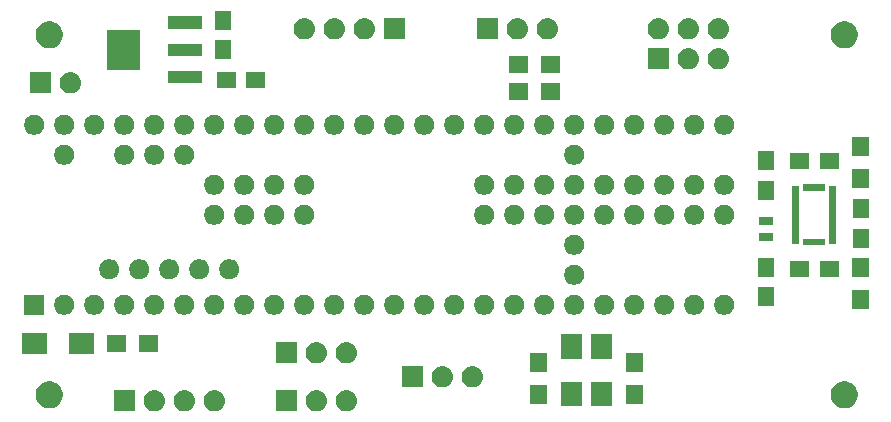
<source format=gbr>
G04 #@! TF.GenerationSoftware,KiCad,Pcbnew,(5.0.2)-1*
G04 #@! TF.CreationDate,2019-02-13T01:18:52+00:00*
G04 #@! TF.ProjectId,TeensyBikeShield,5465656e-7379-4426-996b-65536869656c,rev?*
G04 #@! TF.SameCoordinates,Original*
G04 #@! TF.FileFunction,Soldermask,Top*
G04 #@! TF.FilePolarity,Negative*
%FSLAX46Y46*%
G04 Gerber Fmt 4.6, Leading zero omitted, Abs format (unit mm)*
G04 Created by KiCad (PCBNEW (5.0.2)-1) date 13/02/2019 01:18:52*
%MOMM*%
%LPD*%
G01*
G04 APERTURE LIST*
%ADD10C,0.100000*%
G04 APERTURE END LIST*
D10*
G36*
X44560443Y-52953519D02*
X44626627Y-52960037D01*
X44739853Y-52994384D01*
X44796467Y-53011557D01*
X44935087Y-53085652D01*
X44952991Y-53095222D01*
X44988729Y-53124552D01*
X45090186Y-53207814D01*
X45173448Y-53309271D01*
X45202778Y-53345009D01*
X45202779Y-53345011D01*
X45286443Y-53501533D01*
X45286443Y-53501534D01*
X45337963Y-53671373D01*
X45355359Y-53848000D01*
X45337963Y-54024627D01*
X45323070Y-54073723D01*
X45286443Y-54194467D01*
X45265290Y-54234040D01*
X45202778Y-54350991D01*
X45195382Y-54360003D01*
X45090186Y-54488186D01*
X44988729Y-54571448D01*
X44952991Y-54600778D01*
X44952989Y-54600779D01*
X44796467Y-54684443D01*
X44739853Y-54701616D01*
X44626627Y-54735963D01*
X44560442Y-54742482D01*
X44494260Y-54749000D01*
X44405740Y-54749000D01*
X44339558Y-54742482D01*
X44273373Y-54735963D01*
X44160147Y-54701616D01*
X44103533Y-54684443D01*
X43947011Y-54600779D01*
X43947009Y-54600778D01*
X43911271Y-54571448D01*
X43809814Y-54488186D01*
X43704618Y-54360003D01*
X43697222Y-54350991D01*
X43634710Y-54234040D01*
X43613557Y-54194467D01*
X43576930Y-54073723D01*
X43562037Y-54024627D01*
X43544641Y-53848000D01*
X43562037Y-53671373D01*
X43613557Y-53501534D01*
X43613557Y-53501533D01*
X43697221Y-53345011D01*
X43697222Y-53345009D01*
X43726552Y-53309271D01*
X43809814Y-53207814D01*
X43911271Y-53124552D01*
X43947009Y-53095222D01*
X43964913Y-53085652D01*
X44103533Y-53011557D01*
X44160147Y-52994384D01*
X44273373Y-52960037D01*
X44339557Y-52953519D01*
X44405740Y-52947000D01*
X44494260Y-52947000D01*
X44560443Y-52953519D01*
X44560443Y-52953519D01*
G37*
G36*
X55736443Y-52953519D02*
X55802627Y-52960037D01*
X55915853Y-52994384D01*
X55972467Y-53011557D01*
X56111087Y-53085652D01*
X56128991Y-53095222D01*
X56164729Y-53124552D01*
X56266186Y-53207814D01*
X56349448Y-53309271D01*
X56378778Y-53345009D01*
X56378779Y-53345011D01*
X56462443Y-53501533D01*
X56462443Y-53501534D01*
X56513963Y-53671373D01*
X56531359Y-53848000D01*
X56513963Y-54024627D01*
X56499070Y-54073723D01*
X56462443Y-54194467D01*
X56441290Y-54234040D01*
X56378778Y-54350991D01*
X56371382Y-54360003D01*
X56266186Y-54488186D01*
X56164729Y-54571448D01*
X56128991Y-54600778D01*
X56128989Y-54600779D01*
X55972467Y-54684443D01*
X55915853Y-54701616D01*
X55802627Y-54735963D01*
X55736442Y-54742482D01*
X55670260Y-54749000D01*
X55581740Y-54749000D01*
X55515558Y-54742482D01*
X55449373Y-54735963D01*
X55336147Y-54701616D01*
X55279533Y-54684443D01*
X55123011Y-54600779D01*
X55123009Y-54600778D01*
X55087271Y-54571448D01*
X54985814Y-54488186D01*
X54880618Y-54360003D01*
X54873222Y-54350991D01*
X54810710Y-54234040D01*
X54789557Y-54194467D01*
X54752930Y-54073723D01*
X54738037Y-54024627D01*
X54720641Y-53848000D01*
X54738037Y-53671373D01*
X54789557Y-53501534D01*
X54789557Y-53501533D01*
X54873221Y-53345011D01*
X54873222Y-53345009D01*
X54902552Y-53309271D01*
X54985814Y-53207814D01*
X55087271Y-53124552D01*
X55123009Y-53095222D01*
X55140913Y-53085652D01*
X55279533Y-53011557D01*
X55336147Y-52994384D01*
X55449373Y-52960037D01*
X55515557Y-52953519D01*
X55581740Y-52947000D01*
X55670260Y-52947000D01*
X55736443Y-52953519D01*
X55736443Y-52953519D01*
G37*
G36*
X53196443Y-52953519D02*
X53262627Y-52960037D01*
X53375853Y-52994384D01*
X53432467Y-53011557D01*
X53571087Y-53085652D01*
X53588991Y-53095222D01*
X53624729Y-53124552D01*
X53726186Y-53207814D01*
X53809448Y-53309271D01*
X53838778Y-53345009D01*
X53838779Y-53345011D01*
X53922443Y-53501533D01*
X53922443Y-53501534D01*
X53973963Y-53671373D01*
X53991359Y-53848000D01*
X53973963Y-54024627D01*
X53959070Y-54073723D01*
X53922443Y-54194467D01*
X53901290Y-54234040D01*
X53838778Y-54350991D01*
X53831382Y-54360003D01*
X53726186Y-54488186D01*
X53624729Y-54571448D01*
X53588991Y-54600778D01*
X53588989Y-54600779D01*
X53432467Y-54684443D01*
X53375853Y-54701616D01*
X53262627Y-54735963D01*
X53196442Y-54742482D01*
X53130260Y-54749000D01*
X53041740Y-54749000D01*
X52975558Y-54742482D01*
X52909373Y-54735963D01*
X52796147Y-54701616D01*
X52739533Y-54684443D01*
X52583011Y-54600779D01*
X52583009Y-54600778D01*
X52547271Y-54571448D01*
X52445814Y-54488186D01*
X52340618Y-54360003D01*
X52333222Y-54350991D01*
X52270710Y-54234040D01*
X52249557Y-54194467D01*
X52212930Y-54073723D01*
X52198037Y-54024627D01*
X52180641Y-53848000D01*
X52198037Y-53671373D01*
X52249557Y-53501534D01*
X52249557Y-53501533D01*
X52333221Y-53345011D01*
X52333222Y-53345009D01*
X52362552Y-53309271D01*
X52445814Y-53207814D01*
X52547271Y-53124552D01*
X52583009Y-53095222D01*
X52600913Y-53085652D01*
X52739533Y-53011557D01*
X52796147Y-52994384D01*
X52909373Y-52960037D01*
X52975557Y-52953519D01*
X53041740Y-52947000D01*
X53130260Y-52947000D01*
X53196443Y-52953519D01*
X53196443Y-52953519D01*
G37*
G36*
X51447000Y-54749000D02*
X49645000Y-54749000D01*
X49645000Y-52947000D01*
X51447000Y-52947000D01*
X51447000Y-54749000D01*
X51447000Y-54749000D01*
G37*
G36*
X42020443Y-52953519D02*
X42086627Y-52960037D01*
X42199853Y-52994384D01*
X42256467Y-53011557D01*
X42395087Y-53085652D01*
X42412991Y-53095222D01*
X42448729Y-53124552D01*
X42550186Y-53207814D01*
X42633448Y-53309271D01*
X42662778Y-53345009D01*
X42662779Y-53345011D01*
X42746443Y-53501533D01*
X42746443Y-53501534D01*
X42797963Y-53671373D01*
X42815359Y-53848000D01*
X42797963Y-54024627D01*
X42783070Y-54073723D01*
X42746443Y-54194467D01*
X42725290Y-54234040D01*
X42662778Y-54350991D01*
X42655382Y-54360003D01*
X42550186Y-54488186D01*
X42448729Y-54571448D01*
X42412991Y-54600778D01*
X42412989Y-54600779D01*
X42256467Y-54684443D01*
X42199853Y-54701616D01*
X42086627Y-54735963D01*
X42020442Y-54742482D01*
X41954260Y-54749000D01*
X41865740Y-54749000D01*
X41799558Y-54742482D01*
X41733373Y-54735963D01*
X41620147Y-54701616D01*
X41563533Y-54684443D01*
X41407011Y-54600779D01*
X41407009Y-54600778D01*
X41371271Y-54571448D01*
X41269814Y-54488186D01*
X41164618Y-54360003D01*
X41157222Y-54350991D01*
X41094710Y-54234040D01*
X41073557Y-54194467D01*
X41036930Y-54073723D01*
X41022037Y-54024627D01*
X41004641Y-53848000D01*
X41022037Y-53671373D01*
X41073557Y-53501534D01*
X41073557Y-53501533D01*
X41157221Y-53345011D01*
X41157222Y-53345009D01*
X41186552Y-53309271D01*
X41269814Y-53207814D01*
X41371271Y-53124552D01*
X41407009Y-53095222D01*
X41424913Y-53085652D01*
X41563533Y-53011557D01*
X41620147Y-52994384D01*
X41733373Y-52960037D01*
X41799557Y-52953519D01*
X41865740Y-52947000D01*
X41954260Y-52947000D01*
X42020443Y-52953519D01*
X42020443Y-52953519D01*
G37*
G36*
X39480443Y-52953519D02*
X39546627Y-52960037D01*
X39659853Y-52994384D01*
X39716467Y-53011557D01*
X39855087Y-53085652D01*
X39872991Y-53095222D01*
X39908729Y-53124552D01*
X40010186Y-53207814D01*
X40093448Y-53309271D01*
X40122778Y-53345009D01*
X40122779Y-53345011D01*
X40206443Y-53501533D01*
X40206443Y-53501534D01*
X40257963Y-53671373D01*
X40275359Y-53848000D01*
X40257963Y-54024627D01*
X40243070Y-54073723D01*
X40206443Y-54194467D01*
X40185290Y-54234040D01*
X40122778Y-54350991D01*
X40115382Y-54360003D01*
X40010186Y-54488186D01*
X39908729Y-54571448D01*
X39872991Y-54600778D01*
X39872989Y-54600779D01*
X39716467Y-54684443D01*
X39659853Y-54701616D01*
X39546627Y-54735963D01*
X39480442Y-54742482D01*
X39414260Y-54749000D01*
X39325740Y-54749000D01*
X39259558Y-54742482D01*
X39193373Y-54735963D01*
X39080147Y-54701616D01*
X39023533Y-54684443D01*
X38867011Y-54600779D01*
X38867009Y-54600778D01*
X38831271Y-54571448D01*
X38729814Y-54488186D01*
X38624618Y-54360003D01*
X38617222Y-54350991D01*
X38554710Y-54234040D01*
X38533557Y-54194467D01*
X38496930Y-54073723D01*
X38482037Y-54024627D01*
X38464641Y-53848000D01*
X38482037Y-53671373D01*
X38533557Y-53501534D01*
X38533557Y-53501533D01*
X38617221Y-53345011D01*
X38617222Y-53345009D01*
X38646552Y-53309271D01*
X38729814Y-53207814D01*
X38831271Y-53124552D01*
X38867009Y-53095222D01*
X38884913Y-53085652D01*
X39023533Y-53011557D01*
X39080147Y-52994384D01*
X39193373Y-52960037D01*
X39259557Y-52953519D01*
X39325740Y-52947000D01*
X39414260Y-52947000D01*
X39480443Y-52953519D01*
X39480443Y-52953519D01*
G37*
G36*
X37731000Y-54749000D02*
X35929000Y-54749000D01*
X35929000Y-52947000D01*
X37731000Y-52947000D01*
X37731000Y-54749000D01*
X37731000Y-54749000D01*
G37*
G36*
X30815734Y-52233232D02*
X31025202Y-52319996D01*
X31213723Y-52445962D01*
X31374038Y-52606277D01*
X31500004Y-52794798D01*
X31586768Y-53004266D01*
X31631000Y-53226635D01*
X31631000Y-53453365D01*
X31586768Y-53675734D01*
X31500004Y-53885202D01*
X31374038Y-54073723D01*
X31213723Y-54234038D01*
X31025202Y-54360004D01*
X30815734Y-54446768D01*
X30593365Y-54491000D01*
X30366635Y-54491000D01*
X30144266Y-54446768D01*
X29934798Y-54360004D01*
X29746277Y-54234038D01*
X29585962Y-54073723D01*
X29459996Y-53885202D01*
X29373232Y-53675734D01*
X29329000Y-53453365D01*
X29329000Y-53226635D01*
X29373232Y-53004266D01*
X29459996Y-52794798D01*
X29585962Y-52606277D01*
X29746277Y-52445962D01*
X29934798Y-52319996D01*
X30144266Y-52233232D01*
X30366635Y-52189000D01*
X30593365Y-52189000D01*
X30815734Y-52233232D01*
X30815734Y-52233232D01*
G37*
G36*
X98125734Y-52233232D02*
X98335202Y-52319996D01*
X98523723Y-52445962D01*
X98684038Y-52606277D01*
X98810004Y-52794798D01*
X98896768Y-53004266D01*
X98941000Y-53226635D01*
X98941000Y-53453365D01*
X98896768Y-53675734D01*
X98810004Y-53885202D01*
X98684038Y-54073723D01*
X98523723Y-54234038D01*
X98335202Y-54360004D01*
X98125734Y-54446768D01*
X97903365Y-54491000D01*
X97676635Y-54491000D01*
X97454266Y-54446768D01*
X97244798Y-54360004D01*
X97056277Y-54234038D01*
X96895962Y-54073723D01*
X96769996Y-53885202D01*
X96683232Y-53675734D01*
X96639000Y-53453365D01*
X96639000Y-53226635D01*
X96683232Y-53004266D01*
X96769996Y-52794798D01*
X96895962Y-52606277D01*
X97056277Y-52445962D01*
X97244798Y-52319996D01*
X97454266Y-52233232D01*
X97676635Y-52189000D01*
X97903365Y-52189000D01*
X98125734Y-52233232D01*
X98125734Y-52233232D01*
G37*
G36*
X75577000Y-54327000D02*
X73775000Y-54327000D01*
X73775000Y-52225000D01*
X75577000Y-52225000D01*
X75577000Y-54327000D01*
X75577000Y-54327000D01*
G37*
G36*
X78117000Y-54327000D02*
X76315000Y-54327000D01*
X76315000Y-52225000D01*
X78117000Y-52225000D01*
X78117000Y-54327000D01*
X78117000Y-54327000D01*
G37*
G36*
X72583000Y-54141000D02*
X71181000Y-54141000D01*
X71181000Y-52539000D01*
X72583000Y-52539000D01*
X72583000Y-54141000D01*
X72583000Y-54141000D01*
G37*
G36*
X80711000Y-54141000D02*
X79309000Y-54141000D01*
X79309000Y-52539000D01*
X80711000Y-52539000D01*
X80711000Y-54141000D01*
X80711000Y-54141000D01*
G37*
G36*
X62115000Y-52717000D02*
X60313000Y-52717000D01*
X60313000Y-50915000D01*
X62115000Y-50915000D01*
X62115000Y-52717000D01*
X62115000Y-52717000D01*
G37*
G36*
X63864443Y-50921519D02*
X63930627Y-50928037D01*
X64043853Y-50962384D01*
X64100467Y-50979557D01*
X64239087Y-51053652D01*
X64256991Y-51063222D01*
X64292729Y-51092552D01*
X64394186Y-51175814D01*
X64477448Y-51277271D01*
X64506778Y-51313009D01*
X64506779Y-51313011D01*
X64590443Y-51469533D01*
X64590443Y-51469534D01*
X64641963Y-51639373D01*
X64659359Y-51816000D01*
X64641963Y-51992627D01*
X64607616Y-52105853D01*
X64590443Y-52162467D01*
X64516348Y-52301087D01*
X64506778Y-52318991D01*
X64505953Y-52319996D01*
X64394186Y-52456186D01*
X64293275Y-52539000D01*
X64256991Y-52568778D01*
X64256989Y-52568779D01*
X64100467Y-52652443D01*
X64043853Y-52669616D01*
X63930627Y-52703963D01*
X63864443Y-52710481D01*
X63798260Y-52717000D01*
X63709740Y-52717000D01*
X63643558Y-52710482D01*
X63577373Y-52703963D01*
X63464147Y-52669616D01*
X63407533Y-52652443D01*
X63251011Y-52568779D01*
X63251009Y-52568778D01*
X63214725Y-52539000D01*
X63113814Y-52456186D01*
X63002047Y-52319996D01*
X63001222Y-52318991D01*
X62991652Y-52301087D01*
X62917557Y-52162467D01*
X62900384Y-52105853D01*
X62866037Y-51992627D01*
X62848641Y-51816000D01*
X62866037Y-51639373D01*
X62917557Y-51469534D01*
X62917557Y-51469533D01*
X63001221Y-51313011D01*
X63001222Y-51313009D01*
X63030552Y-51277271D01*
X63113814Y-51175814D01*
X63215271Y-51092552D01*
X63251009Y-51063222D01*
X63268913Y-51053652D01*
X63407533Y-50979557D01*
X63464147Y-50962384D01*
X63577373Y-50928037D01*
X63643557Y-50921519D01*
X63709740Y-50915000D01*
X63798260Y-50915000D01*
X63864443Y-50921519D01*
X63864443Y-50921519D01*
G37*
G36*
X66404443Y-50921519D02*
X66470627Y-50928037D01*
X66583853Y-50962384D01*
X66640467Y-50979557D01*
X66779087Y-51053652D01*
X66796991Y-51063222D01*
X66832729Y-51092552D01*
X66934186Y-51175814D01*
X67017448Y-51277271D01*
X67046778Y-51313009D01*
X67046779Y-51313011D01*
X67130443Y-51469533D01*
X67130443Y-51469534D01*
X67181963Y-51639373D01*
X67199359Y-51816000D01*
X67181963Y-51992627D01*
X67147616Y-52105853D01*
X67130443Y-52162467D01*
X67056348Y-52301087D01*
X67046778Y-52318991D01*
X67045953Y-52319996D01*
X66934186Y-52456186D01*
X66833275Y-52539000D01*
X66796991Y-52568778D01*
X66796989Y-52568779D01*
X66640467Y-52652443D01*
X66583853Y-52669616D01*
X66470627Y-52703963D01*
X66404443Y-52710481D01*
X66338260Y-52717000D01*
X66249740Y-52717000D01*
X66183558Y-52710482D01*
X66117373Y-52703963D01*
X66004147Y-52669616D01*
X65947533Y-52652443D01*
X65791011Y-52568779D01*
X65791009Y-52568778D01*
X65754725Y-52539000D01*
X65653814Y-52456186D01*
X65542047Y-52319996D01*
X65541222Y-52318991D01*
X65531652Y-52301087D01*
X65457557Y-52162467D01*
X65440384Y-52105853D01*
X65406037Y-51992627D01*
X65388641Y-51816000D01*
X65406037Y-51639373D01*
X65457557Y-51469534D01*
X65457557Y-51469533D01*
X65541221Y-51313011D01*
X65541222Y-51313009D01*
X65570552Y-51277271D01*
X65653814Y-51175814D01*
X65755271Y-51092552D01*
X65791009Y-51063222D01*
X65808913Y-51053652D01*
X65947533Y-50979557D01*
X66004147Y-50962384D01*
X66117373Y-50928037D01*
X66183557Y-50921519D01*
X66249740Y-50915000D01*
X66338260Y-50915000D01*
X66404443Y-50921519D01*
X66404443Y-50921519D01*
G37*
G36*
X80711000Y-51441000D02*
X79309000Y-51441000D01*
X79309000Y-49839000D01*
X80711000Y-49839000D01*
X80711000Y-51441000D01*
X80711000Y-51441000D01*
G37*
G36*
X72583000Y-51441000D02*
X71181000Y-51441000D01*
X71181000Y-49839000D01*
X72583000Y-49839000D01*
X72583000Y-51441000D01*
X72583000Y-51441000D01*
G37*
G36*
X53196443Y-48889519D02*
X53262627Y-48896037D01*
X53375853Y-48930384D01*
X53432467Y-48947557D01*
X53571087Y-49021652D01*
X53588991Y-49031222D01*
X53624729Y-49060552D01*
X53726186Y-49143814D01*
X53809448Y-49245271D01*
X53838778Y-49281009D01*
X53838779Y-49281011D01*
X53922443Y-49437533D01*
X53922443Y-49437534D01*
X53973963Y-49607373D01*
X53991359Y-49784000D01*
X53973963Y-49960627D01*
X53939616Y-50073853D01*
X53922443Y-50130467D01*
X53848348Y-50269087D01*
X53838778Y-50286991D01*
X53809448Y-50322729D01*
X53726186Y-50424186D01*
X53624729Y-50507448D01*
X53588991Y-50536778D01*
X53588989Y-50536779D01*
X53432467Y-50620443D01*
X53375853Y-50637616D01*
X53262627Y-50671963D01*
X53196443Y-50678481D01*
X53130260Y-50685000D01*
X53041740Y-50685000D01*
X52975557Y-50678481D01*
X52909373Y-50671963D01*
X52796147Y-50637616D01*
X52739533Y-50620443D01*
X52583011Y-50536779D01*
X52583009Y-50536778D01*
X52547271Y-50507448D01*
X52445814Y-50424186D01*
X52362552Y-50322729D01*
X52333222Y-50286991D01*
X52323652Y-50269087D01*
X52249557Y-50130467D01*
X52232384Y-50073853D01*
X52198037Y-49960627D01*
X52180641Y-49784000D01*
X52198037Y-49607373D01*
X52249557Y-49437534D01*
X52249557Y-49437533D01*
X52333221Y-49281011D01*
X52333222Y-49281009D01*
X52362552Y-49245271D01*
X52445814Y-49143814D01*
X52547271Y-49060552D01*
X52583009Y-49031222D01*
X52600913Y-49021652D01*
X52739533Y-48947557D01*
X52796147Y-48930384D01*
X52909373Y-48896037D01*
X52975557Y-48889519D01*
X53041740Y-48883000D01*
X53130260Y-48883000D01*
X53196443Y-48889519D01*
X53196443Y-48889519D01*
G37*
G36*
X55736443Y-48889519D02*
X55802627Y-48896037D01*
X55915853Y-48930384D01*
X55972467Y-48947557D01*
X56111087Y-49021652D01*
X56128991Y-49031222D01*
X56164729Y-49060552D01*
X56266186Y-49143814D01*
X56349448Y-49245271D01*
X56378778Y-49281009D01*
X56378779Y-49281011D01*
X56462443Y-49437533D01*
X56462443Y-49437534D01*
X56513963Y-49607373D01*
X56531359Y-49784000D01*
X56513963Y-49960627D01*
X56479616Y-50073853D01*
X56462443Y-50130467D01*
X56388348Y-50269087D01*
X56378778Y-50286991D01*
X56349448Y-50322729D01*
X56266186Y-50424186D01*
X56164729Y-50507448D01*
X56128991Y-50536778D01*
X56128989Y-50536779D01*
X55972467Y-50620443D01*
X55915853Y-50637616D01*
X55802627Y-50671963D01*
X55736443Y-50678481D01*
X55670260Y-50685000D01*
X55581740Y-50685000D01*
X55515557Y-50678481D01*
X55449373Y-50671963D01*
X55336147Y-50637616D01*
X55279533Y-50620443D01*
X55123011Y-50536779D01*
X55123009Y-50536778D01*
X55087271Y-50507448D01*
X54985814Y-50424186D01*
X54902552Y-50322729D01*
X54873222Y-50286991D01*
X54863652Y-50269087D01*
X54789557Y-50130467D01*
X54772384Y-50073853D01*
X54738037Y-49960627D01*
X54720641Y-49784000D01*
X54738037Y-49607373D01*
X54789557Y-49437534D01*
X54789557Y-49437533D01*
X54873221Y-49281011D01*
X54873222Y-49281009D01*
X54902552Y-49245271D01*
X54985814Y-49143814D01*
X55087271Y-49060552D01*
X55123009Y-49031222D01*
X55140913Y-49021652D01*
X55279533Y-48947557D01*
X55336147Y-48930384D01*
X55449373Y-48896037D01*
X55515557Y-48889519D01*
X55581740Y-48883000D01*
X55670260Y-48883000D01*
X55736443Y-48889519D01*
X55736443Y-48889519D01*
G37*
G36*
X51447000Y-50685000D02*
X49645000Y-50685000D01*
X49645000Y-48883000D01*
X51447000Y-48883000D01*
X51447000Y-50685000D01*
X51447000Y-50685000D01*
G37*
G36*
X78117000Y-50327000D02*
X76315000Y-50327000D01*
X76315000Y-48225000D01*
X78117000Y-48225000D01*
X78117000Y-50327000D01*
X78117000Y-50327000D01*
G37*
G36*
X75577000Y-50327000D02*
X73775000Y-50327000D01*
X73775000Y-48225000D01*
X75577000Y-48225000D01*
X75577000Y-50327000D01*
X75577000Y-50327000D01*
G37*
G36*
X34261000Y-49923000D02*
X32159000Y-49923000D01*
X32159000Y-48121000D01*
X34261000Y-48121000D01*
X34261000Y-49923000D01*
X34261000Y-49923000D01*
G37*
G36*
X30261000Y-49923000D02*
X28159000Y-49923000D01*
X28159000Y-48121000D01*
X30261000Y-48121000D01*
X30261000Y-49923000D01*
X30261000Y-49923000D01*
G37*
G36*
X36996000Y-49723000D02*
X35394000Y-49723000D01*
X35394000Y-48321000D01*
X36996000Y-48321000D01*
X36996000Y-49723000D01*
X36996000Y-49723000D01*
G37*
G36*
X39696000Y-49723000D02*
X38094000Y-49723000D01*
X38094000Y-48321000D01*
X39696000Y-48321000D01*
X39696000Y-49723000D01*
X39696000Y-49723000D01*
G37*
G36*
X37078228Y-44901703D02*
X37233100Y-44965853D01*
X37372481Y-45058985D01*
X37491015Y-45177519D01*
X37584147Y-45316900D01*
X37648297Y-45471772D01*
X37681000Y-45636184D01*
X37681000Y-45803816D01*
X37648297Y-45968228D01*
X37584147Y-46123100D01*
X37491015Y-46262481D01*
X37372481Y-46381015D01*
X37233100Y-46474147D01*
X37078228Y-46538297D01*
X36913816Y-46571000D01*
X36746184Y-46571000D01*
X36581772Y-46538297D01*
X36426900Y-46474147D01*
X36287519Y-46381015D01*
X36168985Y-46262481D01*
X36075853Y-46123100D01*
X36011703Y-45968228D01*
X35979000Y-45803816D01*
X35979000Y-45636184D01*
X36011703Y-45471772D01*
X36075853Y-45316900D01*
X36168985Y-45177519D01*
X36287519Y-45058985D01*
X36426900Y-44965853D01*
X36581772Y-44901703D01*
X36746184Y-44869000D01*
X36913816Y-44869000D01*
X37078228Y-44901703D01*
X37078228Y-44901703D01*
G37*
G36*
X57398228Y-44901703D02*
X57553100Y-44965853D01*
X57692481Y-45058985D01*
X57811015Y-45177519D01*
X57904147Y-45316900D01*
X57968297Y-45471772D01*
X58001000Y-45636184D01*
X58001000Y-45803816D01*
X57968297Y-45968228D01*
X57904147Y-46123100D01*
X57811015Y-46262481D01*
X57692481Y-46381015D01*
X57553100Y-46474147D01*
X57398228Y-46538297D01*
X57233816Y-46571000D01*
X57066184Y-46571000D01*
X56901772Y-46538297D01*
X56746900Y-46474147D01*
X56607519Y-46381015D01*
X56488985Y-46262481D01*
X56395853Y-46123100D01*
X56331703Y-45968228D01*
X56299000Y-45803816D01*
X56299000Y-45636184D01*
X56331703Y-45471772D01*
X56395853Y-45316900D01*
X56488985Y-45177519D01*
X56607519Y-45058985D01*
X56746900Y-44965853D01*
X56901772Y-44901703D01*
X57066184Y-44869000D01*
X57233816Y-44869000D01*
X57398228Y-44901703D01*
X57398228Y-44901703D01*
G37*
G36*
X39618228Y-44901703D02*
X39773100Y-44965853D01*
X39912481Y-45058985D01*
X40031015Y-45177519D01*
X40124147Y-45316900D01*
X40188297Y-45471772D01*
X40221000Y-45636184D01*
X40221000Y-45803816D01*
X40188297Y-45968228D01*
X40124147Y-46123100D01*
X40031015Y-46262481D01*
X39912481Y-46381015D01*
X39773100Y-46474147D01*
X39618228Y-46538297D01*
X39453816Y-46571000D01*
X39286184Y-46571000D01*
X39121772Y-46538297D01*
X38966900Y-46474147D01*
X38827519Y-46381015D01*
X38708985Y-46262481D01*
X38615853Y-46123100D01*
X38551703Y-45968228D01*
X38519000Y-45803816D01*
X38519000Y-45636184D01*
X38551703Y-45471772D01*
X38615853Y-45316900D01*
X38708985Y-45177519D01*
X38827519Y-45058985D01*
X38966900Y-44965853D01*
X39121772Y-44901703D01*
X39286184Y-44869000D01*
X39453816Y-44869000D01*
X39618228Y-44901703D01*
X39618228Y-44901703D01*
G37*
G36*
X42158228Y-44901703D02*
X42313100Y-44965853D01*
X42452481Y-45058985D01*
X42571015Y-45177519D01*
X42664147Y-45316900D01*
X42728297Y-45471772D01*
X42761000Y-45636184D01*
X42761000Y-45803816D01*
X42728297Y-45968228D01*
X42664147Y-46123100D01*
X42571015Y-46262481D01*
X42452481Y-46381015D01*
X42313100Y-46474147D01*
X42158228Y-46538297D01*
X41993816Y-46571000D01*
X41826184Y-46571000D01*
X41661772Y-46538297D01*
X41506900Y-46474147D01*
X41367519Y-46381015D01*
X41248985Y-46262481D01*
X41155853Y-46123100D01*
X41091703Y-45968228D01*
X41059000Y-45803816D01*
X41059000Y-45636184D01*
X41091703Y-45471772D01*
X41155853Y-45316900D01*
X41248985Y-45177519D01*
X41367519Y-45058985D01*
X41506900Y-44965853D01*
X41661772Y-44901703D01*
X41826184Y-44869000D01*
X41993816Y-44869000D01*
X42158228Y-44901703D01*
X42158228Y-44901703D01*
G37*
G36*
X44698228Y-44901703D02*
X44853100Y-44965853D01*
X44992481Y-45058985D01*
X45111015Y-45177519D01*
X45204147Y-45316900D01*
X45268297Y-45471772D01*
X45301000Y-45636184D01*
X45301000Y-45803816D01*
X45268297Y-45968228D01*
X45204147Y-46123100D01*
X45111015Y-46262481D01*
X44992481Y-46381015D01*
X44853100Y-46474147D01*
X44698228Y-46538297D01*
X44533816Y-46571000D01*
X44366184Y-46571000D01*
X44201772Y-46538297D01*
X44046900Y-46474147D01*
X43907519Y-46381015D01*
X43788985Y-46262481D01*
X43695853Y-46123100D01*
X43631703Y-45968228D01*
X43599000Y-45803816D01*
X43599000Y-45636184D01*
X43631703Y-45471772D01*
X43695853Y-45316900D01*
X43788985Y-45177519D01*
X43907519Y-45058985D01*
X44046900Y-44965853D01*
X44201772Y-44901703D01*
X44366184Y-44869000D01*
X44533816Y-44869000D01*
X44698228Y-44901703D01*
X44698228Y-44901703D01*
G37*
G36*
X47238228Y-44901703D02*
X47393100Y-44965853D01*
X47532481Y-45058985D01*
X47651015Y-45177519D01*
X47744147Y-45316900D01*
X47808297Y-45471772D01*
X47841000Y-45636184D01*
X47841000Y-45803816D01*
X47808297Y-45968228D01*
X47744147Y-46123100D01*
X47651015Y-46262481D01*
X47532481Y-46381015D01*
X47393100Y-46474147D01*
X47238228Y-46538297D01*
X47073816Y-46571000D01*
X46906184Y-46571000D01*
X46741772Y-46538297D01*
X46586900Y-46474147D01*
X46447519Y-46381015D01*
X46328985Y-46262481D01*
X46235853Y-46123100D01*
X46171703Y-45968228D01*
X46139000Y-45803816D01*
X46139000Y-45636184D01*
X46171703Y-45471772D01*
X46235853Y-45316900D01*
X46328985Y-45177519D01*
X46447519Y-45058985D01*
X46586900Y-44965853D01*
X46741772Y-44901703D01*
X46906184Y-44869000D01*
X47073816Y-44869000D01*
X47238228Y-44901703D01*
X47238228Y-44901703D01*
G37*
G36*
X49778228Y-44901703D02*
X49933100Y-44965853D01*
X50072481Y-45058985D01*
X50191015Y-45177519D01*
X50284147Y-45316900D01*
X50348297Y-45471772D01*
X50381000Y-45636184D01*
X50381000Y-45803816D01*
X50348297Y-45968228D01*
X50284147Y-46123100D01*
X50191015Y-46262481D01*
X50072481Y-46381015D01*
X49933100Y-46474147D01*
X49778228Y-46538297D01*
X49613816Y-46571000D01*
X49446184Y-46571000D01*
X49281772Y-46538297D01*
X49126900Y-46474147D01*
X48987519Y-46381015D01*
X48868985Y-46262481D01*
X48775853Y-46123100D01*
X48711703Y-45968228D01*
X48679000Y-45803816D01*
X48679000Y-45636184D01*
X48711703Y-45471772D01*
X48775853Y-45316900D01*
X48868985Y-45177519D01*
X48987519Y-45058985D01*
X49126900Y-44965853D01*
X49281772Y-44901703D01*
X49446184Y-44869000D01*
X49613816Y-44869000D01*
X49778228Y-44901703D01*
X49778228Y-44901703D01*
G37*
G36*
X52318228Y-44901703D02*
X52473100Y-44965853D01*
X52612481Y-45058985D01*
X52731015Y-45177519D01*
X52824147Y-45316900D01*
X52888297Y-45471772D01*
X52921000Y-45636184D01*
X52921000Y-45803816D01*
X52888297Y-45968228D01*
X52824147Y-46123100D01*
X52731015Y-46262481D01*
X52612481Y-46381015D01*
X52473100Y-46474147D01*
X52318228Y-46538297D01*
X52153816Y-46571000D01*
X51986184Y-46571000D01*
X51821772Y-46538297D01*
X51666900Y-46474147D01*
X51527519Y-46381015D01*
X51408985Y-46262481D01*
X51315853Y-46123100D01*
X51251703Y-45968228D01*
X51219000Y-45803816D01*
X51219000Y-45636184D01*
X51251703Y-45471772D01*
X51315853Y-45316900D01*
X51408985Y-45177519D01*
X51527519Y-45058985D01*
X51666900Y-44965853D01*
X51821772Y-44901703D01*
X51986184Y-44869000D01*
X52153816Y-44869000D01*
X52318228Y-44901703D01*
X52318228Y-44901703D01*
G37*
G36*
X54858228Y-44901703D02*
X55013100Y-44965853D01*
X55152481Y-45058985D01*
X55271015Y-45177519D01*
X55364147Y-45316900D01*
X55428297Y-45471772D01*
X55461000Y-45636184D01*
X55461000Y-45803816D01*
X55428297Y-45968228D01*
X55364147Y-46123100D01*
X55271015Y-46262481D01*
X55152481Y-46381015D01*
X55013100Y-46474147D01*
X54858228Y-46538297D01*
X54693816Y-46571000D01*
X54526184Y-46571000D01*
X54361772Y-46538297D01*
X54206900Y-46474147D01*
X54067519Y-46381015D01*
X53948985Y-46262481D01*
X53855853Y-46123100D01*
X53791703Y-45968228D01*
X53759000Y-45803816D01*
X53759000Y-45636184D01*
X53791703Y-45471772D01*
X53855853Y-45316900D01*
X53948985Y-45177519D01*
X54067519Y-45058985D01*
X54206900Y-44965853D01*
X54361772Y-44901703D01*
X54526184Y-44869000D01*
X54693816Y-44869000D01*
X54858228Y-44901703D01*
X54858228Y-44901703D01*
G37*
G36*
X59938228Y-44901703D02*
X60093100Y-44965853D01*
X60232481Y-45058985D01*
X60351015Y-45177519D01*
X60444147Y-45316900D01*
X60508297Y-45471772D01*
X60541000Y-45636184D01*
X60541000Y-45803816D01*
X60508297Y-45968228D01*
X60444147Y-46123100D01*
X60351015Y-46262481D01*
X60232481Y-46381015D01*
X60093100Y-46474147D01*
X59938228Y-46538297D01*
X59773816Y-46571000D01*
X59606184Y-46571000D01*
X59441772Y-46538297D01*
X59286900Y-46474147D01*
X59147519Y-46381015D01*
X59028985Y-46262481D01*
X58935853Y-46123100D01*
X58871703Y-45968228D01*
X58839000Y-45803816D01*
X58839000Y-45636184D01*
X58871703Y-45471772D01*
X58935853Y-45316900D01*
X59028985Y-45177519D01*
X59147519Y-45058985D01*
X59286900Y-44965853D01*
X59441772Y-44901703D01*
X59606184Y-44869000D01*
X59773816Y-44869000D01*
X59938228Y-44901703D01*
X59938228Y-44901703D01*
G37*
G36*
X31998228Y-44901703D02*
X32153100Y-44965853D01*
X32292481Y-45058985D01*
X32411015Y-45177519D01*
X32504147Y-45316900D01*
X32568297Y-45471772D01*
X32601000Y-45636184D01*
X32601000Y-45803816D01*
X32568297Y-45968228D01*
X32504147Y-46123100D01*
X32411015Y-46262481D01*
X32292481Y-46381015D01*
X32153100Y-46474147D01*
X31998228Y-46538297D01*
X31833816Y-46571000D01*
X31666184Y-46571000D01*
X31501772Y-46538297D01*
X31346900Y-46474147D01*
X31207519Y-46381015D01*
X31088985Y-46262481D01*
X30995853Y-46123100D01*
X30931703Y-45968228D01*
X30899000Y-45803816D01*
X30899000Y-45636184D01*
X30931703Y-45471772D01*
X30995853Y-45316900D01*
X31088985Y-45177519D01*
X31207519Y-45058985D01*
X31346900Y-44965853D01*
X31501772Y-44901703D01*
X31666184Y-44869000D01*
X31833816Y-44869000D01*
X31998228Y-44901703D01*
X31998228Y-44901703D01*
G37*
G36*
X30061000Y-46571000D02*
X28359000Y-46571000D01*
X28359000Y-44869000D01*
X30061000Y-44869000D01*
X30061000Y-46571000D01*
X30061000Y-46571000D01*
G37*
G36*
X34538228Y-44901703D02*
X34693100Y-44965853D01*
X34832481Y-45058985D01*
X34951015Y-45177519D01*
X35044147Y-45316900D01*
X35108297Y-45471772D01*
X35141000Y-45636184D01*
X35141000Y-45803816D01*
X35108297Y-45968228D01*
X35044147Y-46123100D01*
X34951015Y-46262481D01*
X34832481Y-46381015D01*
X34693100Y-46474147D01*
X34538228Y-46538297D01*
X34373816Y-46571000D01*
X34206184Y-46571000D01*
X34041772Y-46538297D01*
X33886900Y-46474147D01*
X33747519Y-46381015D01*
X33628985Y-46262481D01*
X33535853Y-46123100D01*
X33471703Y-45968228D01*
X33439000Y-45803816D01*
X33439000Y-45636184D01*
X33471703Y-45471772D01*
X33535853Y-45316900D01*
X33628985Y-45177519D01*
X33747519Y-45058985D01*
X33886900Y-44965853D01*
X34041772Y-44901703D01*
X34206184Y-44869000D01*
X34373816Y-44869000D01*
X34538228Y-44901703D01*
X34538228Y-44901703D01*
G37*
G36*
X80258228Y-44901703D02*
X80413100Y-44965853D01*
X80552481Y-45058985D01*
X80671015Y-45177519D01*
X80764147Y-45316900D01*
X80828297Y-45471772D01*
X80861000Y-45636184D01*
X80861000Y-45803816D01*
X80828297Y-45968228D01*
X80764147Y-46123100D01*
X80671015Y-46262481D01*
X80552481Y-46381015D01*
X80413100Y-46474147D01*
X80258228Y-46538297D01*
X80093816Y-46571000D01*
X79926184Y-46571000D01*
X79761772Y-46538297D01*
X79606900Y-46474147D01*
X79467519Y-46381015D01*
X79348985Y-46262481D01*
X79255853Y-46123100D01*
X79191703Y-45968228D01*
X79159000Y-45803816D01*
X79159000Y-45636184D01*
X79191703Y-45471772D01*
X79255853Y-45316900D01*
X79348985Y-45177519D01*
X79467519Y-45058985D01*
X79606900Y-44965853D01*
X79761772Y-44901703D01*
X79926184Y-44869000D01*
X80093816Y-44869000D01*
X80258228Y-44901703D01*
X80258228Y-44901703D01*
G37*
G36*
X87878228Y-44901703D02*
X88033100Y-44965853D01*
X88172481Y-45058985D01*
X88291015Y-45177519D01*
X88384147Y-45316900D01*
X88448297Y-45471772D01*
X88481000Y-45636184D01*
X88481000Y-45803816D01*
X88448297Y-45968228D01*
X88384147Y-46123100D01*
X88291015Y-46262481D01*
X88172481Y-46381015D01*
X88033100Y-46474147D01*
X87878228Y-46538297D01*
X87713816Y-46571000D01*
X87546184Y-46571000D01*
X87381772Y-46538297D01*
X87226900Y-46474147D01*
X87087519Y-46381015D01*
X86968985Y-46262481D01*
X86875853Y-46123100D01*
X86811703Y-45968228D01*
X86779000Y-45803816D01*
X86779000Y-45636184D01*
X86811703Y-45471772D01*
X86875853Y-45316900D01*
X86968985Y-45177519D01*
X87087519Y-45058985D01*
X87226900Y-44965853D01*
X87381772Y-44901703D01*
X87546184Y-44869000D01*
X87713816Y-44869000D01*
X87878228Y-44901703D01*
X87878228Y-44901703D01*
G37*
G36*
X85338228Y-44901703D02*
X85493100Y-44965853D01*
X85632481Y-45058985D01*
X85751015Y-45177519D01*
X85844147Y-45316900D01*
X85908297Y-45471772D01*
X85941000Y-45636184D01*
X85941000Y-45803816D01*
X85908297Y-45968228D01*
X85844147Y-46123100D01*
X85751015Y-46262481D01*
X85632481Y-46381015D01*
X85493100Y-46474147D01*
X85338228Y-46538297D01*
X85173816Y-46571000D01*
X85006184Y-46571000D01*
X84841772Y-46538297D01*
X84686900Y-46474147D01*
X84547519Y-46381015D01*
X84428985Y-46262481D01*
X84335853Y-46123100D01*
X84271703Y-45968228D01*
X84239000Y-45803816D01*
X84239000Y-45636184D01*
X84271703Y-45471772D01*
X84335853Y-45316900D01*
X84428985Y-45177519D01*
X84547519Y-45058985D01*
X84686900Y-44965853D01*
X84841772Y-44901703D01*
X85006184Y-44869000D01*
X85173816Y-44869000D01*
X85338228Y-44901703D01*
X85338228Y-44901703D01*
G37*
G36*
X70098228Y-44901703D02*
X70253100Y-44965853D01*
X70392481Y-45058985D01*
X70511015Y-45177519D01*
X70604147Y-45316900D01*
X70668297Y-45471772D01*
X70701000Y-45636184D01*
X70701000Y-45803816D01*
X70668297Y-45968228D01*
X70604147Y-46123100D01*
X70511015Y-46262481D01*
X70392481Y-46381015D01*
X70253100Y-46474147D01*
X70098228Y-46538297D01*
X69933816Y-46571000D01*
X69766184Y-46571000D01*
X69601772Y-46538297D01*
X69446900Y-46474147D01*
X69307519Y-46381015D01*
X69188985Y-46262481D01*
X69095853Y-46123100D01*
X69031703Y-45968228D01*
X68999000Y-45803816D01*
X68999000Y-45636184D01*
X69031703Y-45471772D01*
X69095853Y-45316900D01*
X69188985Y-45177519D01*
X69307519Y-45058985D01*
X69446900Y-44965853D01*
X69601772Y-44901703D01*
X69766184Y-44869000D01*
X69933816Y-44869000D01*
X70098228Y-44901703D01*
X70098228Y-44901703D01*
G37*
G36*
X72638228Y-44901703D02*
X72793100Y-44965853D01*
X72932481Y-45058985D01*
X73051015Y-45177519D01*
X73144147Y-45316900D01*
X73208297Y-45471772D01*
X73241000Y-45636184D01*
X73241000Y-45803816D01*
X73208297Y-45968228D01*
X73144147Y-46123100D01*
X73051015Y-46262481D01*
X72932481Y-46381015D01*
X72793100Y-46474147D01*
X72638228Y-46538297D01*
X72473816Y-46571000D01*
X72306184Y-46571000D01*
X72141772Y-46538297D01*
X71986900Y-46474147D01*
X71847519Y-46381015D01*
X71728985Y-46262481D01*
X71635853Y-46123100D01*
X71571703Y-45968228D01*
X71539000Y-45803816D01*
X71539000Y-45636184D01*
X71571703Y-45471772D01*
X71635853Y-45316900D01*
X71728985Y-45177519D01*
X71847519Y-45058985D01*
X71986900Y-44965853D01*
X72141772Y-44901703D01*
X72306184Y-44869000D01*
X72473816Y-44869000D01*
X72638228Y-44901703D01*
X72638228Y-44901703D01*
G37*
G36*
X75178228Y-44901703D02*
X75333100Y-44965853D01*
X75472481Y-45058985D01*
X75591015Y-45177519D01*
X75684147Y-45316900D01*
X75748297Y-45471772D01*
X75781000Y-45636184D01*
X75781000Y-45803816D01*
X75748297Y-45968228D01*
X75684147Y-46123100D01*
X75591015Y-46262481D01*
X75472481Y-46381015D01*
X75333100Y-46474147D01*
X75178228Y-46538297D01*
X75013816Y-46571000D01*
X74846184Y-46571000D01*
X74681772Y-46538297D01*
X74526900Y-46474147D01*
X74387519Y-46381015D01*
X74268985Y-46262481D01*
X74175853Y-46123100D01*
X74111703Y-45968228D01*
X74079000Y-45803816D01*
X74079000Y-45636184D01*
X74111703Y-45471772D01*
X74175853Y-45316900D01*
X74268985Y-45177519D01*
X74387519Y-45058985D01*
X74526900Y-44965853D01*
X74681772Y-44901703D01*
X74846184Y-44869000D01*
X75013816Y-44869000D01*
X75178228Y-44901703D01*
X75178228Y-44901703D01*
G37*
G36*
X77718228Y-44901703D02*
X77873100Y-44965853D01*
X78012481Y-45058985D01*
X78131015Y-45177519D01*
X78224147Y-45316900D01*
X78288297Y-45471772D01*
X78321000Y-45636184D01*
X78321000Y-45803816D01*
X78288297Y-45968228D01*
X78224147Y-46123100D01*
X78131015Y-46262481D01*
X78012481Y-46381015D01*
X77873100Y-46474147D01*
X77718228Y-46538297D01*
X77553816Y-46571000D01*
X77386184Y-46571000D01*
X77221772Y-46538297D01*
X77066900Y-46474147D01*
X76927519Y-46381015D01*
X76808985Y-46262481D01*
X76715853Y-46123100D01*
X76651703Y-45968228D01*
X76619000Y-45803816D01*
X76619000Y-45636184D01*
X76651703Y-45471772D01*
X76715853Y-45316900D01*
X76808985Y-45177519D01*
X76927519Y-45058985D01*
X77066900Y-44965853D01*
X77221772Y-44901703D01*
X77386184Y-44869000D01*
X77553816Y-44869000D01*
X77718228Y-44901703D01*
X77718228Y-44901703D01*
G37*
G36*
X67558228Y-44901703D02*
X67713100Y-44965853D01*
X67852481Y-45058985D01*
X67971015Y-45177519D01*
X68064147Y-45316900D01*
X68128297Y-45471772D01*
X68161000Y-45636184D01*
X68161000Y-45803816D01*
X68128297Y-45968228D01*
X68064147Y-46123100D01*
X67971015Y-46262481D01*
X67852481Y-46381015D01*
X67713100Y-46474147D01*
X67558228Y-46538297D01*
X67393816Y-46571000D01*
X67226184Y-46571000D01*
X67061772Y-46538297D01*
X66906900Y-46474147D01*
X66767519Y-46381015D01*
X66648985Y-46262481D01*
X66555853Y-46123100D01*
X66491703Y-45968228D01*
X66459000Y-45803816D01*
X66459000Y-45636184D01*
X66491703Y-45471772D01*
X66555853Y-45316900D01*
X66648985Y-45177519D01*
X66767519Y-45058985D01*
X66906900Y-44965853D01*
X67061772Y-44901703D01*
X67226184Y-44869000D01*
X67393816Y-44869000D01*
X67558228Y-44901703D01*
X67558228Y-44901703D01*
G37*
G36*
X65018228Y-44901703D02*
X65173100Y-44965853D01*
X65312481Y-45058985D01*
X65431015Y-45177519D01*
X65524147Y-45316900D01*
X65588297Y-45471772D01*
X65621000Y-45636184D01*
X65621000Y-45803816D01*
X65588297Y-45968228D01*
X65524147Y-46123100D01*
X65431015Y-46262481D01*
X65312481Y-46381015D01*
X65173100Y-46474147D01*
X65018228Y-46538297D01*
X64853816Y-46571000D01*
X64686184Y-46571000D01*
X64521772Y-46538297D01*
X64366900Y-46474147D01*
X64227519Y-46381015D01*
X64108985Y-46262481D01*
X64015853Y-46123100D01*
X63951703Y-45968228D01*
X63919000Y-45803816D01*
X63919000Y-45636184D01*
X63951703Y-45471772D01*
X64015853Y-45316900D01*
X64108985Y-45177519D01*
X64227519Y-45058985D01*
X64366900Y-44965853D01*
X64521772Y-44901703D01*
X64686184Y-44869000D01*
X64853816Y-44869000D01*
X65018228Y-44901703D01*
X65018228Y-44901703D01*
G37*
G36*
X62478228Y-44901703D02*
X62633100Y-44965853D01*
X62772481Y-45058985D01*
X62891015Y-45177519D01*
X62984147Y-45316900D01*
X63048297Y-45471772D01*
X63081000Y-45636184D01*
X63081000Y-45803816D01*
X63048297Y-45968228D01*
X62984147Y-46123100D01*
X62891015Y-46262481D01*
X62772481Y-46381015D01*
X62633100Y-46474147D01*
X62478228Y-46538297D01*
X62313816Y-46571000D01*
X62146184Y-46571000D01*
X61981772Y-46538297D01*
X61826900Y-46474147D01*
X61687519Y-46381015D01*
X61568985Y-46262481D01*
X61475853Y-46123100D01*
X61411703Y-45968228D01*
X61379000Y-45803816D01*
X61379000Y-45636184D01*
X61411703Y-45471772D01*
X61475853Y-45316900D01*
X61568985Y-45177519D01*
X61687519Y-45058985D01*
X61826900Y-44965853D01*
X61981772Y-44901703D01*
X62146184Y-44869000D01*
X62313816Y-44869000D01*
X62478228Y-44901703D01*
X62478228Y-44901703D01*
G37*
G36*
X82798228Y-44901703D02*
X82953100Y-44965853D01*
X83092481Y-45058985D01*
X83211015Y-45177519D01*
X83304147Y-45316900D01*
X83368297Y-45471772D01*
X83401000Y-45636184D01*
X83401000Y-45803816D01*
X83368297Y-45968228D01*
X83304147Y-46123100D01*
X83211015Y-46262481D01*
X83092481Y-46381015D01*
X82953100Y-46474147D01*
X82798228Y-46538297D01*
X82633816Y-46571000D01*
X82466184Y-46571000D01*
X82301772Y-46538297D01*
X82146900Y-46474147D01*
X82007519Y-46381015D01*
X81888985Y-46262481D01*
X81795853Y-46123100D01*
X81731703Y-45968228D01*
X81699000Y-45803816D01*
X81699000Y-45636184D01*
X81731703Y-45471772D01*
X81795853Y-45316900D01*
X81888985Y-45177519D01*
X82007519Y-45058985D01*
X82146900Y-44965853D01*
X82301772Y-44901703D01*
X82466184Y-44869000D01*
X82633816Y-44869000D01*
X82798228Y-44901703D01*
X82798228Y-44901703D01*
G37*
G36*
X99888000Y-46093000D02*
X98486000Y-46093000D01*
X98486000Y-44491000D01*
X99888000Y-44491000D01*
X99888000Y-46093000D01*
X99888000Y-46093000D01*
G37*
G36*
X91862000Y-45846000D02*
X90510000Y-45846000D01*
X90510000Y-44244000D01*
X91862000Y-44244000D01*
X91862000Y-45846000D01*
X91862000Y-45846000D01*
G37*
G36*
X75178228Y-42361703D02*
X75333100Y-42425853D01*
X75472481Y-42518985D01*
X75591015Y-42637519D01*
X75684147Y-42776900D01*
X75748297Y-42931772D01*
X75781000Y-43096184D01*
X75781000Y-43263816D01*
X75748297Y-43428228D01*
X75684147Y-43583100D01*
X75591015Y-43722481D01*
X75472481Y-43841015D01*
X75333100Y-43934147D01*
X75178228Y-43998297D01*
X75013816Y-44031000D01*
X74846184Y-44031000D01*
X74681772Y-43998297D01*
X74526900Y-43934147D01*
X74387519Y-43841015D01*
X74268985Y-43722481D01*
X74175853Y-43583100D01*
X74111703Y-43428228D01*
X74079000Y-43263816D01*
X74079000Y-43096184D01*
X74111703Y-42931772D01*
X74175853Y-42776900D01*
X74268985Y-42637519D01*
X74387519Y-42518985D01*
X74526900Y-42425853D01*
X74681772Y-42361703D01*
X74846184Y-42329000D01*
X75013816Y-42329000D01*
X75178228Y-42361703D01*
X75178228Y-42361703D01*
G37*
G36*
X43428228Y-41901703D02*
X43583100Y-41965853D01*
X43722481Y-42058985D01*
X43841015Y-42177519D01*
X43934147Y-42316900D01*
X43998297Y-42471772D01*
X44031000Y-42636184D01*
X44031000Y-42803816D01*
X43998297Y-42968228D01*
X43934147Y-43123100D01*
X43841015Y-43262481D01*
X43722481Y-43381015D01*
X43583100Y-43474147D01*
X43428228Y-43538297D01*
X43263816Y-43571000D01*
X43096184Y-43571000D01*
X42931772Y-43538297D01*
X42776900Y-43474147D01*
X42637519Y-43381015D01*
X42518985Y-43262481D01*
X42425853Y-43123100D01*
X42361703Y-42968228D01*
X42329000Y-42803816D01*
X42329000Y-42636184D01*
X42361703Y-42471772D01*
X42425853Y-42316900D01*
X42518985Y-42177519D01*
X42637519Y-42058985D01*
X42776900Y-41965853D01*
X42931772Y-41901703D01*
X43096184Y-41869000D01*
X43263816Y-41869000D01*
X43428228Y-41901703D01*
X43428228Y-41901703D01*
G37*
G36*
X35808228Y-41901703D02*
X35963100Y-41965853D01*
X36102481Y-42058985D01*
X36221015Y-42177519D01*
X36314147Y-42316900D01*
X36378297Y-42471772D01*
X36411000Y-42636184D01*
X36411000Y-42803816D01*
X36378297Y-42968228D01*
X36314147Y-43123100D01*
X36221015Y-43262481D01*
X36102481Y-43381015D01*
X35963100Y-43474147D01*
X35808228Y-43538297D01*
X35643816Y-43571000D01*
X35476184Y-43571000D01*
X35311772Y-43538297D01*
X35156900Y-43474147D01*
X35017519Y-43381015D01*
X34898985Y-43262481D01*
X34805853Y-43123100D01*
X34741703Y-42968228D01*
X34709000Y-42803816D01*
X34709000Y-42636184D01*
X34741703Y-42471772D01*
X34805853Y-42316900D01*
X34898985Y-42177519D01*
X35017519Y-42058985D01*
X35156900Y-41965853D01*
X35311772Y-41901703D01*
X35476184Y-41869000D01*
X35643816Y-41869000D01*
X35808228Y-41901703D01*
X35808228Y-41901703D01*
G37*
G36*
X40888228Y-41901703D02*
X41043100Y-41965853D01*
X41182481Y-42058985D01*
X41301015Y-42177519D01*
X41394147Y-42316900D01*
X41458297Y-42471772D01*
X41491000Y-42636184D01*
X41491000Y-42803816D01*
X41458297Y-42968228D01*
X41394147Y-43123100D01*
X41301015Y-43262481D01*
X41182481Y-43381015D01*
X41043100Y-43474147D01*
X40888228Y-43538297D01*
X40723816Y-43571000D01*
X40556184Y-43571000D01*
X40391772Y-43538297D01*
X40236900Y-43474147D01*
X40097519Y-43381015D01*
X39978985Y-43262481D01*
X39885853Y-43123100D01*
X39821703Y-42968228D01*
X39789000Y-42803816D01*
X39789000Y-42636184D01*
X39821703Y-42471772D01*
X39885853Y-42316900D01*
X39978985Y-42177519D01*
X40097519Y-42058985D01*
X40236900Y-41965853D01*
X40391772Y-41901703D01*
X40556184Y-41869000D01*
X40723816Y-41869000D01*
X40888228Y-41901703D01*
X40888228Y-41901703D01*
G37*
G36*
X45968228Y-41901703D02*
X46123100Y-41965853D01*
X46262481Y-42058985D01*
X46381015Y-42177519D01*
X46474147Y-42316900D01*
X46538297Y-42471772D01*
X46571000Y-42636184D01*
X46571000Y-42803816D01*
X46538297Y-42968228D01*
X46474147Y-43123100D01*
X46381015Y-43262481D01*
X46262481Y-43381015D01*
X46123100Y-43474147D01*
X45968228Y-43538297D01*
X45803816Y-43571000D01*
X45636184Y-43571000D01*
X45471772Y-43538297D01*
X45316900Y-43474147D01*
X45177519Y-43381015D01*
X45058985Y-43262481D01*
X44965853Y-43123100D01*
X44901703Y-42968228D01*
X44869000Y-42803816D01*
X44869000Y-42636184D01*
X44901703Y-42471772D01*
X44965853Y-42316900D01*
X45058985Y-42177519D01*
X45177519Y-42058985D01*
X45316900Y-41965853D01*
X45471772Y-41901703D01*
X45636184Y-41869000D01*
X45803816Y-41869000D01*
X45968228Y-41901703D01*
X45968228Y-41901703D01*
G37*
G36*
X38348228Y-41901703D02*
X38503100Y-41965853D01*
X38642481Y-42058985D01*
X38761015Y-42177519D01*
X38854147Y-42316900D01*
X38918297Y-42471772D01*
X38951000Y-42636184D01*
X38951000Y-42803816D01*
X38918297Y-42968228D01*
X38854147Y-43123100D01*
X38761015Y-43262481D01*
X38642481Y-43381015D01*
X38503100Y-43474147D01*
X38348228Y-43538297D01*
X38183816Y-43571000D01*
X38016184Y-43571000D01*
X37851772Y-43538297D01*
X37696900Y-43474147D01*
X37557519Y-43381015D01*
X37438985Y-43262481D01*
X37345853Y-43123100D01*
X37281703Y-42968228D01*
X37249000Y-42803816D01*
X37249000Y-42636184D01*
X37281703Y-42471772D01*
X37345853Y-42316900D01*
X37438985Y-42177519D01*
X37557519Y-42058985D01*
X37696900Y-41965853D01*
X37851772Y-41901703D01*
X38016184Y-41869000D01*
X38183816Y-41869000D01*
X38348228Y-41901703D01*
X38348228Y-41901703D01*
G37*
G36*
X99888000Y-43393000D02*
X98486000Y-43393000D01*
X98486000Y-41791000D01*
X99888000Y-41791000D01*
X99888000Y-43393000D01*
X99888000Y-43393000D01*
G37*
G36*
X97321000Y-43348000D02*
X95719000Y-43348000D01*
X95719000Y-41996000D01*
X97321000Y-41996000D01*
X97321000Y-43348000D01*
X97321000Y-43348000D01*
G37*
G36*
X94821000Y-43348000D02*
X93219000Y-43348000D01*
X93219000Y-41996000D01*
X94821000Y-41996000D01*
X94821000Y-43348000D01*
X94821000Y-43348000D01*
G37*
G36*
X91862000Y-43346000D02*
X90510000Y-43346000D01*
X90510000Y-41744000D01*
X91862000Y-41744000D01*
X91862000Y-43346000D01*
X91862000Y-43346000D01*
G37*
G36*
X75178228Y-39821703D02*
X75333100Y-39885853D01*
X75472481Y-39978985D01*
X75591015Y-40097519D01*
X75684147Y-40236900D01*
X75748297Y-40391772D01*
X75781000Y-40556184D01*
X75781000Y-40723816D01*
X75748297Y-40888228D01*
X75684147Y-41043100D01*
X75591015Y-41182481D01*
X75472481Y-41301015D01*
X75333100Y-41394147D01*
X75178228Y-41458297D01*
X75013816Y-41491000D01*
X74846184Y-41491000D01*
X74681772Y-41458297D01*
X74526900Y-41394147D01*
X74387519Y-41301015D01*
X74268985Y-41182481D01*
X74175853Y-41043100D01*
X74111703Y-40888228D01*
X74079000Y-40723816D01*
X74079000Y-40556184D01*
X74111703Y-40391772D01*
X74175853Y-40236900D01*
X74268985Y-40097519D01*
X74387519Y-39978985D01*
X74526900Y-39885853D01*
X74681772Y-39821703D01*
X74846184Y-39789000D01*
X75013816Y-39789000D01*
X75178228Y-39821703D01*
X75178228Y-39821703D01*
G37*
G36*
X99863000Y-40913000D02*
X98511000Y-40913000D01*
X98511000Y-39311000D01*
X99863000Y-39311000D01*
X99863000Y-40913000D01*
X99863000Y-40913000D01*
G37*
G36*
X96201000Y-40676000D02*
X94299000Y-40676000D01*
X94299000Y-40149000D01*
X96201000Y-40149000D01*
X96201000Y-40676000D01*
X96201000Y-40676000D01*
G37*
G36*
X97126000Y-40551000D02*
X96499000Y-40551000D01*
X96499000Y-35649000D01*
X97126000Y-35649000D01*
X97126000Y-40551000D01*
X97126000Y-40551000D01*
G37*
G36*
X94001000Y-40551000D02*
X93374000Y-40551000D01*
X93374000Y-35649000D01*
X94001000Y-35649000D01*
X94001000Y-40551000D01*
X94001000Y-40551000D01*
G37*
G36*
X91787000Y-40359000D02*
X90585000Y-40359000D01*
X90585000Y-39657000D01*
X91787000Y-39657000D01*
X91787000Y-40359000D01*
X91787000Y-40359000D01*
G37*
G36*
X91787000Y-38959000D02*
X90585000Y-38959000D01*
X90585000Y-38257000D01*
X91787000Y-38257000D01*
X91787000Y-38959000D01*
X91787000Y-38959000D01*
G37*
G36*
X82798228Y-37281703D02*
X82953100Y-37345853D01*
X83092481Y-37438985D01*
X83211015Y-37557519D01*
X83304147Y-37696900D01*
X83368297Y-37851772D01*
X83401000Y-38016184D01*
X83401000Y-38183816D01*
X83368297Y-38348228D01*
X83304147Y-38503100D01*
X83211015Y-38642481D01*
X83092481Y-38761015D01*
X82953100Y-38854147D01*
X82798228Y-38918297D01*
X82633816Y-38951000D01*
X82466184Y-38951000D01*
X82301772Y-38918297D01*
X82146900Y-38854147D01*
X82007519Y-38761015D01*
X81888985Y-38642481D01*
X81795853Y-38503100D01*
X81731703Y-38348228D01*
X81699000Y-38183816D01*
X81699000Y-38016184D01*
X81731703Y-37851772D01*
X81795853Y-37696900D01*
X81888985Y-37557519D01*
X82007519Y-37438985D01*
X82146900Y-37345853D01*
X82301772Y-37281703D01*
X82466184Y-37249000D01*
X82633816Y-37249000D01*
X82798228Y-37281703D01*
X82798228Y-37281703D01*
G37*
G36*
X85338228Y-37281703D02*
X85493100Y-37345853D01*
X85632481Y-37438985D01*
X85751015Y-37557519D01*
X85844147Y-37696900D01*
X85908297Y-37851772D01*
X85941000Y-38016184D01*
X85941000Y-38183816D01*
X85908297Y-38348228D01*
X85844147Y-38503100D01*
X85751015Y-38642481D01*
X85632481Y-38761015D01*
X85493100Y-38854147D01*
X85338228Y-38918297D01*
X85173816Y-38951000D01*
X85006184Y-38951000D01*
X84841772Y-38918297D01*
X84686900Y-38854147D01*
X84547519Y-38761015D01*
X84428985Y-38642481D01*
X84335853Y-38503100D01*
X84271703Y-38348228D01*
X84239000Y-38183816D01*
X84239000Y-38016184D01*
X84271703Y-37851772D01*
X84335853Y-37696900D01*
X84428985Y-37557519D01*
X84547519Y-37438985D01*
X84686900Y-37345853D01*
X84841772Y-37281703D01*
X85006184Y-37249000D01*
X85173816Y-37249000D01*
X85338228Y-37281703D01*
X85338228Y-37281703D01*
G37*
G36*
X87878228Y-37281703D02*
X88033100Y-37345853D01*
X88172481Y-37438985D01*
X88291015Y-37557519D01*
X88384147Y-37696900D01*
X88448297Y-37851772D01*
X88481000Y-38016184D01*
X88481000Y-38183816D01*
X88448297Y-38348228D01*
X88384147Y-38503100D01*
X88291015Y-38642481D01*
X88172481Y-38761015D01*
X88033100Y-38854147D01*
X87878228Y-38918297D01*
X87713816Y-38951000D01*
X87546184Y-38951000D01*
X87381772Y-38918297D01*
X87226900Y-38854147D01*
X87087519Y-38761015D01*
X86968985Y-38642481D01*
X86875853Y-38503100D01*
X86811703Y-38348228D01*
X86779000Y-38183816D01*
X86779000Y-38016184D01*
X86811703Y-37851772D01*
X86875853Y-37696900D01*
X86968985Y-37557519D01*
X87087519Y-37438985D01*
X87226900Y-37345853D01*
X87381772Y-37281703D01*
X87546184Y-37249000D01*
X87713816Y-37249000D01*
X87878228Y-37281703D01*
X87878228Y-37281703D01*
G37*
G36*
X52318228Y-37281703D02*
X52473100Y-37345853D01*
X52612481Y-37438985D01*
X52731015Y-37557519D01*
X52824147Y-37696900D01*
X52888297Y-37851772D01*
X52921000Y-38016184D01*
X52921000Y-38183816D01*
X52888297Y-38348228D01*
X52824147Y-38503100D01*
X52731015Y-38642481D01*
X52612481Y-38761015D01*
X52473100Y-38854147D01*
X52318228Y-38918297D01*
X52153816Y-38951000D01*
X51986184Y-38951000D01*
X51821772Y-38918297D01*
X51666900Y-38854147D01*
X51527519Y-38761015D01*
X51408985Y-38642481D01*
X51315853Y-38503100D01*
X51251703Y-38348228D01*
X51219000Y-38183816D01*
X51219000Y-38016184D01*
X51251703Y-37851772D01*
X51315853Y-37696900D01*
X51408985Y-37557519D01*
X51527519Y-37438985D01*
X51666900Y-37345853D01*
X51821772Y-37281703D01*
X51986184Y-37249000D01*
X52153816Y-37249000D01*
X52318228Y-37281703D01*
X52318228Y-37281703D01*
G37*
G36*
X75178228Y-37281703D02*
X75333100Y-37345853D01*
X75472481Y-37438985D01*
X75591015Y-37557519D01*
X75684147Y-37696900D01*
X75748297Y-37851772D01*
X75781000Y-38016184D01*
X75781000Y-38183816D01*
X75748297Y-38348228D01*
X75684147Y-38503100D01*
X75591015Y-38642481D01*
X75472481Y-38761015D01*
X75333100Y-38854147D01*
X75178228Y-38918297D01*
X75013816Y-38951000D01*
X74846184Y-38951000D01*
X74681772Y-38918297D01*
X74526900Y-38854147D01*
X74387519Y-38761015D01*
X74268985Y-38642481D01*
X74175853Y-38503100D01*
X74111703Y-38348228D01*
X74079000Y-38183816D01*
X74079000Y-38016184D01*
X74111703Y-37851772D01*
X74175853Y-37696900D01*
X74268985Y-37557519D01*
X74387519Y-37438985D01*
X74526900Y-37345853D01*
X74681772Y-37281703D01*
X74846184Y-37249000D01*
X75013816Y-37249000D01*
X75178228Y-37281703D01*
X75178228Y-37281703D01*
G37*
G36*
X67558228Y-37281703D02*
X67713100Y-37345853D01*
X67852481Y-37438985D01*
X67971015Y-37557519D01*
X68064147Y-37696900D01*
X68128297Y-37851772D01*
X68161000Y-38016184D01*
X68161000Y-38183816D01*
X68128297Y-38348228D01*
X68064147Y-38503100D01*
X67971015Y-38642481D01*
X67852481Y-38761015D01*
X67713100Y-38854147D01*
X67558228Y-38918297D01*
X67393816Y-38951000D01*
X67226184Y-38951000D01*
X67061772Y-38918297D01*
X66906900Y-38854147D01*
X66767519Y-38761015D01*
X66648985Y-38642481D01*
X66555853Y-38503100D01*
X66491703Y-38348228D01*
X66459000Y-38183816D01*
X66459000Y-38016184D01*
X66491703Y-37851772D01*
X66555853Y-37696900D01*
X66648985Y-37557519D01*
X66767519Y-37438985D01*
X66906900Y-37345853D01*
X67061772Y-37281703D01*
X67226184Y-37249000D01*
X67393816Y-37249000D01*
X67558228Y-37281703D01*
X67558228Y-37281703D01*
G37*
G36*
X49778228Y-37281703D02*
X49933100Y-37345853D01*
X50072481Y-37438985D01*
X50191015Y-37557519D01*
X50284147Y-37696900D01*
X50348297Y-37851772D01*
X50381000Y-38016184D01*
X50381000Y-38183816D01*
X50348297Y-38348228D01*
X50284147Y-38503100D01*
X50191015Y-38642481D01*
X50072481Y-38761015D01*
X49933100Y-38854147D01*
X49778228Y-38918297D01*
X49613816Y-38951000D01*
X49446184Y-38951000D01*
X49281772Y-38918297D01*
X49126900Y-38854147D01*
X48987519Y-38761015D01*
X48868985Y-38642481D01*
X48775853Y-38503100D01*
X48711703Y-38348228D01*
X48679000Y-38183816D01*
X48679000Y-38016184D01*
X48711703Y-37851772D01*
X48775853Y-37696900D01*
X48868985Y-37557519D01*
X48987519Y-37438985D01*
X49126900Y-37345853D01*
X49281772Y-37281703D01*
X49446184Y-37249000D01*
X49613816Y-37249000D01*
X49778228Y-37281703D01*
X49778228Y-37281703D01*
G37*
G36*
X80258228Y-37281703D02*
X80413100Y-37345853D01*
X80552481Y-37438985D01*
X80671015Y-37557519D01*
X80764147Y-37696900D01*
X80828297Y-37851772D01*
X80861000Y-38016184D01*
X80861000Y-38183816D01*
X80828297Y-38348228D01*
X80764147Y-38503100D01*
X80671015Y-38642481D01*
X80552481Y-38761015D01*
X80413100Y-38854147D01*
X80258228Y-38918297D01*
X80093816Y-38951000D01*
X79926184Y-38951000D01*
X79761772Y-38918297D01*
X79606900Y-38854147D01*
X79467519Y-38761015D01*
X79348985Y-38642481D01*
X79255853Y-38503100D01*
X79191703Y-38348228D01*
X79159000Y-38183816D01*
X79159000Y-38016184D01*
X79191703Y-37851772D01*
X79255853Y-37696900D01*
X79348985Y-37557519D01*
X79467519Y-37438985D01*
X79606900Y-37345853D01*
X79761772Y-37281703D01*
X79926184Y-37249000D01*
X80093816Y-37249000D01*
X80258228Y-37281703D01*
X80258228Y-37281703D01*
G37*
G36*
X77718228Y-37281703D02*
X77873100Y-37345853D01*
X78012481Y-37438985D01*
X78131015Y-37557519D01*
X78224147Y-37696900D01*
X78288297Y-37851772D01*
X78321000Y-38016184D01*
X78321000Y-38183816D01*
X78288297Y-38348228D01*
X78224147Y-38503100D01*
X78131015Y-38642481D01*
X78012481Y-38761015D01*
X77873100Y-38854147D01*
X77718228Y-38918297D01*
X77553816Y-38951000D01*
X77386184Y-38951000D01*
X77221772Y-38918297D01*
X77066900Y-38854147D01*
X76927519Y-38761015D01*
X76808985Y-38642481D01*
X76715853Y-38503100D01*
X76651703Y-38348228D01*
X76619000Y-38183816D01*
X76619000Y-38016184D01*
X76651703Y-37851772D01*
X76715853Y-37696900D01*
X76808985Y-37557519D01*
X76927519Y-37438985D01*
X77066900Y-37345853D01*
X77221772Y-37281703D01*
X77386184Y-37249000D01*
X77553816Y-37249000D01*
X77718228Y-37281703D01*
X77718228Y-37281703D01*
G37*
G36*
X72638228Y-37281703D02*
X72793100Y-37345853D01*
X72932481Y-37438985D01*
X73051015Y-37557519D01*
X73144147Y-37696900D01*
X73208297Y-37851772D01*
X73241000Y-38016184D01*
X73241000Y-38183816D01*
X73208297Y-38348228D01*
X73144147Y-38503100D01*
X73051015Y-38642481D01*
X72932481Y-38761015D01*
X72793100Y-38854147D01*
X72638228Y-38918297D01*
X72473816Y-38951000D01*
X72306184Y-38951000D01*
X72141772Y-38918297D01*
X71986900Y-38854147D01*
X71847519Y-38761015D01*
X71728985Y-38642481D01*
X71635853Y-38503100D01*
X71571703Y-38348228D01*
X71539000Y-38183816D01*
X71539000Y-38016184D01*
X71571703Y-37851772D01*
X71635853Y-37696900D01*
X71728985Y-37557519D01*
X71847519Y-37438985D01*
X71986900Y-37345853D01*
X72141772Y-37281703D01*
X72306184Y-37249000D01*
X72473816Y-37249000D01*
X72638228Y-37281703D01*
X72638228Y-37281703D01*
G37*
G36*
X44698228Y-37281703D02*
X44853100Y-37345853D01*
X44992481Y-37438985D01*
X45111015Y-37557519D01*
X45204147Y-37696900D01*
X45268297Y-37851772D01*
X45301000Y-38016184D01*
X45301000Y-38183816D01*
X45268297Y-38348228D01*
X45204147Y-38503100D01*
X45111015Y-38642481D01*
X44992481Y-38761015D01*
X44853100Y-38854147D01*
X44698228Y-38918297D01*
X44533816Y-38951000D01*
X44366184Y-38951000D01*
X44201772Y-38918297D01*
X44046900Y-38854147D01*
X43907519Y-38761015D01*
X43788985Y-38642481D01*
X43695853Y-38503100D01*
X43631703Y-38348228D01*
X43599000Y-38183816D01*
X43599000Y-38016184D01*
X43631703Y-37851772D01*
X43695853Y-37696900D01*
X43788985Y-37557519D01*
X43907519Y-37438985D01*
X44046900Y-37345853D01*
X44201772Y-37281703D01*
X44366184Y-37249000D01*
X44533816Y-37249000D01*
X44698228Y-37281703D01*
X44698228Y-37281703D01*
G37*
G36*
X47238228Y-37281703D02*
X47393100Y-37345853D01*
X47532481Y-37438985D01*
X47651015Y-37557519D01*
X47744147Y-37696900D01*
X47808297Y-37851772D01*
X47841000Y-38016184D01*
X47841000Y-38183816D01*
X47808297Y-38348228D01*
X47744147Y-38503100D01*
X47651015Y-38642481D01*
X47532481Y-38761015D01*
X47393100Y-38854147D01*
X47238228Y-38918297D01*
X47073816Y-38951000D01*
X46906184Y-38951000D01*
X46741772Y-38918297D01*
X46586900Y-38854147D01*
X46447519Y-38761015D01*
X46328985Y-38642481D01*
X46235853Y-38503100D01*
X46171703Y-38348228D01*
X46139000Y-38183816D01*
X46139000Y-38016184D01*
X46171703Y-37851772D01*
X46235853Y-37696900D01*
X46328985Y-37557519D01*
X46447519Y-37438985D01*
X46586900Y-37345853D01*
X46741772Y-37281703D01*
X46906184Y-37249000D01*
X47073816Y-37249000D01*
X47238228Y-37281703D01*
X47238228Y-37281703D01*
G37*
G36*
X70098228Y-37281703D02*
X70253100Y-37345853D01*
X70392481Y-37438985D01*
X70511015Y-37557519D01*
X70604147Y-37696900D01*
X70668297Y-37851772D01*
X70701000Y-38016184D01*
X70701000Y-38183816D01*
X70668297Y-38348228D01*
X70604147Y-38503100D01*
X70511015Y-38642481D01*
X70392481Y-38761015D01*
X70253100Y-38854147D01*
X70098228Y-38918297D01*
X69933816Y-38951000D01*
X69766184Y-38951000D01*
X69601772Y-38918297D01*
X69446900Y-38854147D01*
X69307519Y-38761015D01*
X69188985Y-38642481D01*
X69095853Y-38503100D01*
X69031703Y-38348228D01*
X68999000Y-38183816D01*
X68999000Y-38016184D01*
X69031703Y-37851772D01*
X69095853Y-37696900D01*
X69188985Y-37557519D01*
X69307519Y-37438985D01*
X69446900Y-37345853D01*
X69601772Y-37281703D01*
X69766184Y-37249000D01*
X69933816Y-37249000D01*
X70098228Y-37281703D01*
X70098228Y-37281703D01*
G37*
G36*
X99863000Y-38413000D02*
X98511000Y-38413000D01*
X98511000Y-36811000D01*
X99863000Y-36811000D01*
X99863000Y-38413000D01*
X99863000Y-38413000D01*
G37*
G36*
X91862000Y-36849000D02*
X90510000Y-36849000D01*
X90510000Y-35247000D01*
X91862000Y-35247000D01*
X91862000Y-36849000D01*
X91862000Y-36849000D01*
G37*
G36*
X72638228Y-34741703D02*
X72793100Y-34805853D01*
X72932481Y-34898985D01*
X73051015Y-35017519D01*
X73144147Y-35156900D01*
X73208297Y-35311772D01*
X73241000Y-35476184D01*
X73241000Y-35643816D01*
X73208297Y-35808228D01*
X73144147Y-35963100D01*
X73051015Y-36102481D01*
X72932481Y-36221015D01*
X72793100Y-36314147D01*
X72638228Y-36378297D01*
X72473816Y-36411000D01*
X72306184Y-36411000D01*
X72141772Y-36378297D01*
X71986900Y-36314147D01*
X71847519Y-36221015D01*
X71728985Y-36102481D01*
X71635853Y-35963100D01*
X71571703Y-35808228D01*
X71539000Y-35643816D01*
X71539000Y-35476184D01*
X71571703Y-35311772D01*
X71635853Y-35156900D01*
X71728985Y-35017519D01*
X71847519Y-34898985D01*
X71986900Y-34805853D01*
X72141772Y-34741703D01*
X72306184Y-34709000D01*
X72473816Y-34709000D01*
X72638228Y-34741703D01*
X72638228Y-34741703D01*
G37*
G36*
X75178228Y-34741703D02*
X75333100Y-34805853D01*
X75472481Y-34898985D01*
X75591015Y-35017519D01*
X75684147Y-35156900D01*
X75748297Y-35311772D01*
X75781000Y-35476184D01*
X75781000Y-35643816D01*
X75748297Y-35808228D01*
X75684147Y-35963100D01*
X75591015Y-36102481D01*
X75472481Y-36221015D01*
X75333100Y-36314147D01*
X75178228Y-36378297D01*
X75013816Y-36411000D01*
X74846184Y-36411000D01*
X74681772Y-36378297D01*
X74526900Y-36314147D01*
X74387519Y-36221015D01*
X74268985Y-36102481D01*
X74175853Y-35963100D01*
X74111703Y-35808228D01*
X74079000Y-35643816D01*
X74079000Y-35476184D01*
X74111703Y-35311772D01*
X74175853Y-35156900D01*
X74268985Y-35017519D01*
X74387519Y-34898985D01*
X74526900Y-34805853D01*
X74681772Y-34741703D01*
X74846184Y-34709000D01*
X75013816Y-34709000D01*
X75178228Y-34741703D01*
X75178228Y-34741703D01*
G37*
G36*
X44698228Y-34741703D02*
X44853100Y-34805853D01*
X44992481Y-34898985D01*
X45111015Y-35017519D01*
X45204147Y-35156900D01*
X45268297Y-35311772D01*
X45301000Y-35476184D01*
X45301000Y-35643816D01*
X45268297Y-35808228D01*
X45204147Y-35963100D01*
X45111015Y-36102481D01*
X44992481Y-36221015D01*
X44853100Y-36314147D01*
X44698228Y-36378297D01*
X44533816Y-36411000D01*
X44366184Y-36411000D01*
X44201772Y-36378297D01*
X44046900Y-36314147D01*
X43907519Y-36221015D01*
X43788985Y-36102481D01*
X43695853Y-35963100D01*
X43631703Y-35808228D01*
X43599000Y-35643816D01*
X43599000Y-35476184D01*
X43631703Y-35311772D01*
X43695853Y-35156900D01*
X43788985Y-35017519D01*
X43907519Y-34898985D01*
X44046900Y-34805853D01*
X44201772Y-34741703D01*
X44366184Y-34709000D01*
X44533816Y-34709000D01*
X44698228Y-34741703D01*
X44698228Y-34741703D01*
G37*
G36*
X47238228Y-34741703D02*
X47393100Y-34805853D01*
X47532481Y-34898985D01*
X47651015Y-35017519D01*
X47744147Y-35156900D01*
X47808297Y-35311772D01*
X47841000Y-35476184D01*
X47841000Y-35643816D01*
X47808297Y-35808228D01*
X47744147Y-35963100D01*
X47651015Y-36102481D01*
X47532481Y-36221015D01*
X47393100Y-36314147D01*
X47238228Y-36378297D01*
X47073816Y-36411000D01*
X46906184Y-36411000D01*
X46741772Y-36378297D01*
X46586900Y-36314147D01*
X46447519Y-36221015D01*
X46328985Y-36102481D01*
X46235853Y-35963100D01*
X46171703Y-35808228D01*
X46139000Y-35643816D01*
X46139000Y-35476184D01*
X46171703Y-35311772D01*
X46235853Y-35156900D01*
X46328985Y-35017519D01*
X46447519Y-34898985D01*
X46586900Y-34805853D01*
X46741772Y-34741703D01*
X46906184Y-34709000D01*
X47073816Y-34709000D01*
X47238228Y-34741703D01*
X47238228Y-34741703D01*
G37*
G36*
X49778228Y-34741703D02*
X49933100Y-34805853D01*
X50072481Y-34898985D01*
X50191015Y-35017519D01*
X50284147Y-35156900D01*
X50348297Y-35311772D01*
X50381000Y-35476184D01*
X50381000Y-35643816D01*
X50348297Y-35808228D01*
X50284147Y-35963100D01*
X50191015Y-36102481D01*
X50072481Y-36221015D01*
X49933100Y-36314147D01*
X49778228Y-36378297D01*
X49613816Y-36411000D01*
X49446184Y-36411000D01*
X49281772Y-36378297D01*
X49126900Y-36314147D01*
X48987519Y-36221015D01*
X48868985Y-36102481D01*
X48775853Y-35963100D01*
X48711703Y-35808228D01*
X48679000Y-35643816D01*
X48679000Y-35476184D01*
X48711703Y-35311772D01*
X48775853Y-35156900D01*
X48868985Y-35017519D01*
X48987519Y-34898985D01*
X49126900Y-34805853D01*
X49281772Y-34741703D01*
X49446184Y-34709000D01*
X49613816Y-34709000D01*
X49778228Y-34741703D01*
X49778228Y-34741703D01*
G37*
G36*
X52318228Y-34741703D02*
X52473100Y-34805853D01*
X52612481Y-34898985D01*
X52731015Y-35017519D01*
X52824147Y-35156900D01*
X52888297Y-35311772D01*
X52921000Y-35476184D01*
X52921000Y-35643816D01*
X52888297Y-35808228D01*
X52824147Y-35963100D01*
X52731015Y-36102481D01*
X52612481Y-36221015D01*
X52473100Y-36314147D01*
X52318228Y-36378297D01*
X52153816Y-36411000D01*
X51986184Y-36411000D01*
X51821772Y-36378297D01*
X51666900Y-36314147D01*
X51527519Y-36221015D01*
X51408985Y-36102481D01*
X51315853Y-35963100D01*
X51251703Y-35808228D01*
X51219000Y-35643816D01*
X51219000Y-35476184D01*
X51251703Y-35311772D01*
X51315853Y-35156900D01*
X51408985Y-35017519D01*
X51527519Y-34898985D01*
X51666900Y-34805853D01*
X51821772Y-34741703D01*
X51986184Y-34709000D01*
X52153816Y-34709000D01*
X52318228Y-34741703D01*
X52318228Y-34741703D01*
G37*
G36*
X80258228Y-34741703D02*
X80413100Y-34805853D01*
X80552481Y-34898985D01*
X80671015Y-35017519D01*
X80764147Y-35156900D01*
X80828297Y-35311772D01*
X80861000Y-35476184D01*
X80861000Y-35643816D01*
X80828297Y-35808228D01*
X80764147Y-35963100D01*
X80671015Y-36102481D01*
X80552481Y-36221015D01*
X80413100Y-36314147D01*
X80258228Y-36378297D01*
X80093816Y-36411000D01*
X79926184Y-36411000D01*
X79761772Y-36378297D01*
X79606900Y-36314147D01*
X79467519Y-36221015D01*
X79348985Y-36102481D01*
X79255853Y-35963100D01*
X79191703Y-35808228D01*
X79159000Y-35643816D01*
X79159000Y-35476184D01*
X79191703Y-35311772D01*
X79255853Y-35156900D01*
X79348985Y-35017519D01*
X79467519Y-34898985D01*
X79606900Y-34805853D01*
X79761772Y-34741703D01*
X79926184Y-34709000D01*
X80093816Y-34709000D01*
X80258228Y-34741703D01*
X80258228Y-34741703D01*
G37*
G36*
X67558228Y-34741703D02*
X67713100Y-34805853D01*
X67852481Y-34898985D01*
X67971015Y-35017519D01*
X68064147Y-35156900D01*
X68128297Y-35311772D01*
X68161000Y-35476184D01*
X68161000Y-35643816D01*
X68128297Y-35808228D01*
X68064147Y-35963100D01*
X67971015Y-36102481D01*
X67852481Y-36221015D01*
X67713100Y-36314147D01*
X67558228Y-36378297D01*
X67393816Y-36411000D01*
X67226184Y-36411000D01*
X67061772Y-36378297D01*
X66906900Y-36314147D01*
X66767519Y-36221015D01*
X66648985Y-36102481D01*
X66555853Y-35963100D01*
X66491703Y-35808228D01*
X66459000Y-35643816D01*
X66459000Y-35476184D01*
X66491703Y-35311772D01*
X66555853Y-35156900D01*
X66648985Y-35017519D01*
X66767519Y-34898985D01*
X66906900Y-34805853D01*
X67061772Y-34741703D01*
X67226184Y-34709000D01*
X67393816Y-34709000D01*
X67558228Y-34741703D01*
X67558228Y-34741703D01*
G37*
G36*
X70098228Y-34741703D02*
X70253100Y-34805853D01*
X70392481Y-34898985D01*
X70511015Y-35017519D01*
X70604147Y-35156900D01*
X70668297Y-35311772D01*
X70701000Y-35476184D01*
X70701000Y-35643816D01*
X70668297Y-35808228D01*
X70604147Y-35963100D01*
X70511015Y-36102481D01*
X70392481Y-36221015D01*
X70253100Y-36314147D01*
X70098228Y-36378297D01*
X69933816Y-36411000D01*
X69766184Y-36411000D01*
X69601772Y-36378297D01*
X69446900Y-36314147D01*
X69307519Y-36221015D01*
X69188985Y-36102481D01*
X69095853Y-35963100D01*
X69031703Y-35808228D01*
X68999000Y-35643816D01*
X68999000Y-35476184D01*
X69031703Y-35311772D01*
X69095853Y-35156900D01*
X69188985Y-35017519D01*
X69307519Y-34898985D01*
X69446900Y-34805853D01*
X69601772Y-34741703D01*
X69766184Y-34709000D01*
X69933816Y-34709000D01*
X70098228Y-34741703D01*
X70098228Y-34741703D01*
G37*
G36*
X77718228Y-34741703D02*
X77873100Y-34805853D01*
X78012481Y-34898985D01*
X78131015Y-35017519D01*
X78224147Y-35156900D01*
X78288297Y-35311772D01*
X78321000Y-35476184D01*
X78321000Y-35643816D01*
X78288297Y-35808228D01*
X78224147Y-35963100D01*
X78131015Y-36102481D01*
X78012481Y-36221015D01*
X77873100Y-36314147D01*
X77718228Y-36378297D01*
X77553816Y-36411000D01*
X77386184Y-36411000D01*
X77221772Y-36378297D01*
X77066900Y-36314147D01*
X76927519Y-36221015D01*
X76808985Y-36102481D01*
X76715853Y-35963100D01*
X76651703Y-35808228D01*
X76619000Y-35643816D01*
X76619000Y-35476184D01*
X76651703Y-35311772D01*
X76715853Y-35156900D01*
X76808985Y-35017519D01*
X76927519Y-34898985D01*
X77066900Y-34805853D01*
X77221772Y-34741703D01*
X77386184Y-34709000D01*
X77553816Y-34709000D01*
X77718228Y-34741703D01*
X77718228Y-34741703D01*
G37*
G36*
X85338228Y-34741703D02*
X85493100Y-34805853D01*
X85632481Y-34898985D01*
X85751015Y-35017519D01*
X85844147Y-35156900D01*
X85908297Y-35311772D01*
X85941000Y-35476184D01*
X85941000Y-35643816D01*
X85908297Y-35808228D01*
X85844147Y-35963100D01*
X85751015Y-36102481D01*
X85632481Y-36221015D01*
X85493100Y-36314147D01*
X85338228Y-36378297D01*
X85173816Y-36411000D01*
X85006184Y-36411000D01*
X84841772Y-36378297D01*
X84686900Y-36314147D01*
X84547519Y-36221015D01*
X84428985Y-36102481D01*
X84335853Y-35963100D01*
X84271703Y-35808228D01*
X84239000Y-35643816D01*
X84239000Y-35476184D01*
X84271703Y-35311772D01*
X84335853Y-35156900D01*
X84428985Y-35017519D01*
X84547519Y-34898985D01*
X84686900Y-34805853D01*
X84841772Y-34741703D01*
X85006184Y-34709000D01*
X85173816Y-34709000D01*
X85338228Y-34741703D01*
X85338228Y-34741703D01*
G37*
G36*
X82798228Y-34741703D02*
X82953100Y-34805853D01*
X83092481Y-34898985D01*
X83211015Y-35017519D01*
X83304147Y-35156900D01*
X83368297Y-35311772D01*
X83401000Y-35476184D01*
X83401000Y-35643816D01*
X83368297Y-35808228D01*
X83304147Y-35963100D01*
X83211015Y-36102481D01*
X83092481Y-36221015D01*
X82953100Y-36314147D01*
X82798228Y-36378297D01*
X82633816Y-36411000D01*
X82466184Y-36411000D01*
X82301772Y-36378297D01*
X82146900Y-36314147D01*
X82007519Y-36221015D01*
X81888985Y-36102481D01*
X81795853Y-35963100D01*
X81731703Y-35808228D01*
X81699000Y-35643816D01*
X81699000Y-35476184D01*
X81731703Y-35311772D01*
X81795853Y-35156900D01*
X81888985Y-35017519D01*
X82007519Y-34898985D01*
X82146900Y-34805853D01*
X82301772Y-34741703D01*
X82466184Y-34709000D01*
X82633816Y-34709000D01*
X82798228Y-34741703D01*
X82798228Y-34741703D01*
G37*
G36*
X87878228Y-34741703D02*
X88033100Y-34805853D01*
X88172481Y-34898985D01*
X88291015Y-35017519D01*
X88384147Y-35156900D01*
X88448297Y-35311772D01*
X88481000Y-35476184D01*
X88481000Y-35643816D01*
X88448297Y-35808228D01*
X88384147Y-35963100D01*
X88291015Y-36102481D01*
X88172481Y-36221015D01*
X88033100Y-36314147D01*
X87878228Y-36378297D01*
X87713816Y-36411000D01*
X87546184Y-36411000D01*
X87381772Y-36378297D01*
X87226900Y-36314147D01*
X87087519Y-36221015D01*
X86968985Y-36102481D01*
X86875853Y-35963100D01*
X86811703Y-35808228D01*
X86779000Y-35643816D01*
X86779000Y-35476184D01*
X86811703Y-35311772D01*
X86875853Y-35156900D01*
X86968985Y-35017519D01*
X87087519Y-34898985D01*
X87226900Y-34805853D01*
X87381772Y-34741703D01*
X87546184Y-34709000D01*
X87713816Y-34709000D01*
X87878228Y-34741703D01*
X87878228Y-34741703D01*
G37*
G36*
X96201000Y-36051000D02*
X94299000Y-36051000D01*
X94299000Y-35524000D01*
X96201000Y-35524000D01*
X96201000Y-36051000D01*
X96201000Y-36051000D01*
G37*
G36*
X99888000Y-35853000D02*
X98486000Y-35853000D01*
X98486000Y-34251000D01*
X99888000Y-34251000D01*
X99888000Y-35853000D01*
X99888000Y-35853000D01*
G37*
G36*
X91862000Y-34349000D02*
X90510000Y-34349000D01*
X90510000Y-32747000D01*
X91862000Y-32747000D01*
X91862000Y-34349000D01*
X91862000Y-34349000D01*
G37*
G36*
X97321000Y-34204000D02*
X95719000Y-34204000D01*
X95719000Y-32852000D01*
X97321000Y-32852000D01*
X97321000Y-34204000D01*
X97321000Y-34204000D01*
G37*
G36*
X94821000Y-34204000D02*
X93219000Y-34204000D01*
X93219000Y-32852000D01*
X94821000Y-32852000D01*
X94821000Y-34204000D01*
X94821000Y-34204000D01*
G37*
G36*
X31998228Y-32201703D02*
X32153100Y-32265853D01*
X32292481Y-32358985D01*
X32411015Y-32477519D01*
X32504147Y-32616900D01*
X32568297Y-32771772D01*
X32601000Y-32936184D01*
X32601000Y-33103816D01*
X32568297Y-33268228D01*
X32504147Y-33423100D01*
X32411015Y-33562481D01*
X32292481Y-33681015D01*
X32153100Y-33774147D01*
X31998228Y-33838297D01*
X31833816Y-33871000D01*
X31666184Y-33871000D01*
X31501772Y-33838297D01*
X31346900Y-33774147D01*
X31207519Y-33681015D01*
X31088985Y-33562481D01*
X30995853Y-33423100D01*
X30931703Y-33268228D01*
X30899000Y-33103816D01*
X30899000Y-32936184D01*
X30931703Y-32771772D01*
X30995853Y-32616900D01*
X31088985Y-32477519D01*
X31207519Y-32358985D01*
X31346900Y-32265853D01*
X31501772Y-32201703D01*
X31666184Y-32169000D01*
X31833816Y-32169000D01*
X31998228Y-32201703D01*
X31998228Y-32201703D01*
G37*
G36*
X37078228Y-32201703D02*
X37233100Y-32265853D01*
X37372481Y-32358985D01*
X37491015Y-32477519D01*
X37584147Y-32616900D01*
X37648297Y-32771772D01*
X37681000Y-32936184D01*
X37681000Y-33103816D01*
X37648297Y-33268228D01*
X37584147Y-33423100D01*
X37491015Y-33562481D01*
X37372481Y-33681015D01*
X37233100Y-33774147D01*
X37078228Y-33838297D01*
X36913816Y-33871000D01*
X36746184Y-33871000D01*
X36581772Y-33838297D01*
X36426900Y-33774147D01*
X36287519Y-33681015D01*
X36168985Y-33562481D01*
X36075853Y-33423100D01*
X36011703Y-33268228D01*
X35979000Y-33103816D01*
X35979000Y-32936184D01*
X36011703Y-32771772D01*
X36075853Y-32616900D01*
X36168985Y-32477519D01*
X36287519Y-32358985D01*
X36426900Y-32265853D01*
X36581772Y-32201703D01*
X36746184Y-32169000D01*
X36913816Y-32169000D01*
X37078228Y-32201703D01*
X37078228Y-32201703D01*
G37*
G36*
X39618228Y-32201703D02*
X39773100Y-32265853D01*
X39912481Y-32358985D01*
X40031015Y-32477519D01*
X40124147Y-32616900D01*
X40188297Y-32771772D01*
X40221000Y-32936184D01*
X40221000Y-33103816D01*
X40188297Y-33268228D01*
X40124147Y-33423100D01*
X40031015Y-33562481D01*
X39912481Y-33681015D01*
X39773100Y-33774147D01*
X39618228Y-33838297D01*
X39453816Y-33871000D01*
X39286184Y-33871000D01*
X39121772Y-33838297D01*
X38966900Y-33774147D01*
X38827519Y-33681015D01*
X38708985Y-33562481D01*
X38615853Y-33423100D01*
X38551703Y-33268228D01*
X38519000Y-33103816D01*
X38519000Y-32936184D01*
X38551703Y-32771772D01*
X38615853Y-32616900D01*
X38708985Y-32477519D01*
X38827519Y-32358985D01*
X38966900Y-32265853D01*
X39121772Y-32201703D01*
X39286184Y-32169000D01*
X39453816Y-32169000D01*
X39618228Y-32201703D01*
X39618228Y-32201703D01*
G37*
G36*
X42158228Y-32201703D02*
X42313100Y-32265853D01*
X42452481Y-32358985D01*
X42571015Y-32477519D01*
X42664147Y-32616900D01*
X42728297Y-32771772D01*
X42761000Y-32936184D01*
X42761000Y-33103816D01*
X42728297Y-33268228D01*
X42664147Y-33423100D01*
X42571015Y-33562481D01*
X42452481Y-33681015D01*
X42313100Y-33774147D01*
X42158228Y-33838297D01*
X41993816Y-33871000D01*
X41826184Y-33871000D01*
X41661772Y-33838297D01*
X41506900Y-33774147D01*
X41367519Y-33681015D01*
X41248985Y-33562481D01*
X41155853Y-33423100D01*
X41091703Y-33268228D01*
X41059000Y-33103816D01*
X41059000Y-32936184D01*
X41091703Y-32771772D01*
X41155853Y-32616900D01*
X41248985Y-32477519D01*
X41367519Y-32358985D01*
X41506900Y-32265853D01*
X41661772Y-32201703D01*
X41826184Y-32169000D01*
X41993816Y-32169000D01*
X42158228Y-32201703D01*
X42158228Y-32201703D01*
G37*
G36*
X75178228Y-32201703D02*
X75333100Y-32265853D01*
X75472481Y-32358985D01*
X75591015Y-32477519D01*
X75684147Y-32616900D01*
X75748297Y-32771772D01*
X75781000Y-32936184D01*
X75781000Y-33103816D01*
X75748297Y-33268228D01*
X75684147Y-33423100D01*
X75591015Y-33562481D01*
X75472481Y-33681015D01*
X75333100Y-33774147D01*
X75178228Y-33838297D01*
X75013816Y-33871000D01*
X74846184Y-33871000D01*
X74681772Y-33838297D01*
X74526900Y-33774147D01*
X74387519Y-33681015D01*
X74268985Y-33562481D01*
X74175853Y-33423100D01*
X74111703Y-33268228D01*
X74079000Y-33103816D01*
X74079000Y-32936184D01*
X74111703Y-32771772D01*
X74175853Y-32616900D01*
X74268985Y-32477519D01*
X74387519Y-32358985D01*
X74526900Y-32265853D01*
X74681772Y-32201703D01*
X74846184Y-32169000D01*
X75013816Y-32169000D01*
X75178228Y-32201703D01*
X75178228Y-32201703D01*
G37*
G36*
X99888000Y-33153000D02*
X98486000Y-33153000D01*
X98486000Y-31551000D01*
X99888000Y-31551000D01*
X99888000Y-33153000D01*
X99888000Y-33153000D01*
G37*
G36*
X54858228Y-29661703D02*
X55013100Y-29725853D01*
X55152481Y-29818985D01*
X55271015Y-29937519D01*
X55364147Y-30076900D01*
X55428297Y-30231772D01*
X55461000Y-30396184D01*
X55461000Y-30563816D01*
X55428297Y-30728228D01*
X55364147Y-30883100D01*
X55271015Y-31022481D01*
X55152481Y-31141015D01*
X55013100Y-31234147D01*
X54858228Y-31298297D01*
X54693816Y-31331000D01*
X54526184Y-31331000D01*
X54361772Y-31298297D01*
X54206900Y-31234147D01*
X54067519Y-31141015D01*
X53948985Y-31022481D01*
X53855853Y-30883100D01*
X53791703Y-30728228D01*
X53759000Y-30563816D01*
X53759000Y-30396184D01*
X53791703Y-30231772D01*
X53855853Y-30076900D01*
X53948985Y-29937519D01*
X54067519Y-29818985D01*
X54206900Y-29725853D01*
X54361772Y-29661703D01*
X54526184Y-29629000D01*
X54693816Y-29629000D01*
X54858228Y-29661703D01*
X54858228Y-29661703D01*
G37*
G36*
X47238228Y-29661703D02*
X47393100Y-29725853D01*
X47532481Y-29818985D01*
X47651015Y-29937519D01*
X47744147Y-30076900D01*
X47808297Y-30231772D01*
X47841000Y-30396184D01*
X47841000Y-30563816D01*
X47808297Y-30728228D01*
X47744147Y-30883100D01*
X47651015Y-31022481D01*
X47532481Y-31141015D01*
X47393100Y-31234147D01*
X47238228Y-31298297D01*
X47073816Y-31331000D01*
X46906184Y-31331000D01*
X46741772Y-31298297D01*
X46586900Y-31234147D01*
X46447519Y-31141015D01*
X46328985Y-31022481D01*
X46235853Y-30883100D01*
X46171703Y-30728228D01*
X46139000Y-30563816D01*
X46139000Y-30396184D01*
X46171703Y-30231772D01*
X46235853Y-30076900D01*
X46328985Y-29937519D01*
X46447519Y-29818985D01*
X46586900Y-29725853D01*
X46741772Y-29661703D01*
X46906184Y-29629000D01*
X47073816Y-29629000D01*
X47238228Y-29661703D01*
X47238228Y-29661703D01*
G37*
G36*
X57398228Y-29661703D02*
X57553100Y-29725853D01*
X57692481Y-29818985D01*
X57811015Y-29937519D01*
X57904147Y-30076900D01*
X57968297Y-30231772D01*
X58001000Y-30396184D01*
X58001000Y-30563816D01*
X57968297Y-30728228D01*
X57904147Y-30883100D01*
X57811015Y-31022481D01*
X57692481Y-31141015D01*
X57553100Y-31234147D01*
X57398228Y-31298297D01*
X57233816Y-31331000D01*
X57066184Y-31331000D01*
X56901772Y-31298297D01*
X56746900Y-31234147D01*
X56607519Y-31141015D01*
X56488985Y-31022481D01*
X56395853Y-30883100D01*
X56331703Y-30728228D01*
X56299000Y-30563816D01*
X56299000Y-30396184D01*
X56331703Y-30231772D01*
X56395853Y-30076900D01*
X56488985Y-29937519D01*
X56607519Y-29818985D01*
X56746900Y-29725853D01*
X56901772Y-29661703D01*
X57066184Y-29629000D01*
X57233816Y-29629000D01*
X57398228Y-29661703D01*
X57398228Y-29661703D01*
G37*
G36*
X59938228Y-29661703D02*
X60093100Y-29725853D01*
X60232481Y-29818985D01*
X60351015Y-29937519D01*
X60444147Y-30076900D01*
X60508297Y-30231772D01*
X60541000Y-30396184D01*
X60541000Y-30563816D01*
X60508297Y-30728228D01*
X60444147Y-30883100D01*
X60351015Y-31022481D01*
X60232481Y-31141015D01*
X60093100Y-31234147D01*
X59938228Y-31298297D01*
X59773816Y-31331000D01*
X59606184Y-31331000D01*
X59441772Y-31298297D01*
X59286900Y-31234147D01*
X59147519Y-31141015D01*
X59028985Y-31022481D01*
X58935853Y-30883100D01*
X58871703Y-30728228D01*
X58839000Y-30563816D01*
X58839000Y-30396184D01*
X58871703Y-30231772D01*
X58935853Y-30076900D01*
X59028985Y-29937519D01*
X59147519Y-29818985D01*
X59286900Y-29725853D01*
X59441772Y-29661703D01*
X59606184Y-29629000D01*
X59773816Y-29629000D01*
X59938228Y-29661703D01*
X59938228Y-29661703D01*
G37*
G36*
X62478228Y-29661703D02*
X62633100Y-29725853D01*
X62772481Y-29818985D01*
X62891015Y-29937519D01*
X62984147Y-30076900D01*
X63048297Y-30231772D01*
X63081000Y-30396184D01*
X63081000Y-30563816D01*
X63048297Y-30728228D01*
X62984147Y-30883100D01*
X62891015Y-31022481D01*
X62772481Y-31141015D01*
X62633100Y-31234147D01*
X62478228Y-31298297D01*
X62313816Y-31331000D01*
X62146184Y-31331000D01*
X61981772Y-31298297D01*
X61826900Y-31234147D01*
X61687519Y-31141015D01*
X61568985Y-31022481D01*
X61475853Y-30883100D01*
X61411703Y-30728228D01*
X61379000Y-30563816D01*
X61379000Y-30396184D01*
X61411703Y-30231772D01*
X61475853Y-30076900D01*
X61568985Y-29937519D01*
X61687519Y-29818985D01*
X61826900Y-29725853D01*
X61981772Y-29661703D01*
X62146184Y-29629000D01*
X62313816Y-29629000D01*
X62478228Y-29661703D01*
X62478228Y-29661703D01*
G37*
G36*
X65018228Y-29661703D02*
X65173100Y-29725853D01*
X65312481Y-29818985D01*
X65431015Y-29937519D01*
X65524147Y-30076900D01*
X65588297Y-30231772D01*
X65621000Y-30396184D01*
X65621000Y-30563816D01*
X65588297Y-30728228D01*
X65524147Y-30883100D01*
X65431015Y-31022481D01*
X65312481Y-31141015D01*
X65173100Y-31234147D01*
X65018228Y-31298297D01*
X64853816Y-31331000D01*
X64686184Y-31331000D01*
X64521772Y-31298297D01*
X64366900Y-31234147D01*
X64227519Y-31141015D01*
X64108985Y-31022481D01*
X64015853Y-30883100D01*
X63951703Y-30728228D01*
X63919000Y-30563816D01*
X63919000Y-30396184D01*
X63951703Y-30231772D01*
X64015853Y-30076900D01*
X64108985Y-29937519D01*
X64227519Y-29818985D01*
X64366900Y-29725853D01*
X64521772Y-29661703D01*
X64686184Y-29629000D01*
X64853816Y-29629000D01*
X65018228Y-29661703D01*
X65018228Y-29661703D01*
G37*
G36*
X67558228Y-29661703D02*
X67713100Y-29725853D01*
X67852481Y-29818985D01*
X67971015Y-29937519D01*
X68064147Y-30076900D01*
X68128297Y-30231772D01*
X68161000Y-30396184D01*
X68161000Y-30563816D01*
X68128297Y-30728228D01*
X68064147Y-30883100D01*
X67971015Y-31022481D01*
X67852481Y-31141015D01*
X67713100Y-31234147D01*
X67558228Y-31298297D01*
X67393816Y-31331000D01*
X67226184Y-31331000D01*
X67061772Y-31298297D01*
X66906900Y-31234147D01*
X66767519Y-31141015D01*
X66648985Y-31022481D01*
X66555853Y-30883100D01*
X66491703Y-30728228D01*
X66459000Y-30563816D01*
X66459000Y-30396184D01*
X66491703Y-30231772D01*
X66555853Y-30076900D01*
X66648985Y-29937519D01*
X66767519Y-29818985D01*
X66906900Y-29725853D01*
X67061772Y-29661703D01*
X67226184Y-29629000D01*
X67393816Y-29629000D01*
X67558228Y-29661703D01*
X67558228Y-29661703D01*
G37*
G36*
X70098228Y-29661703D02*
X70253100Y-29725853D01*
X70392481Y-29818985D01*
X70511015Y-29937519D01*
X70604147Y-30076900D01*
X70668297Y-30231772D01*
X70701000Y-30396184D01*
X70701000Y-30563816D01*
X70668297Y-30728228D01*
X70604147Y-30883100D01*
X70511015Y-31022481D01*
X70392481Y-31141015D01*
X70253100Y-31234147D01*
X70098228Y-31298297D01*
X69933816Y-31331000D01*
X69766184Y-31331000D01*
X69601772Y-31298297D01*
X69446900Y-31234147D01*
X69307519Y-31141015D01*
X69188985Y-31022481D01*
X69095853Y-30883100D01*
X69031703Y-30728228D01*
X68999000Y-30563816D01*
X68999000Y-30396184D01*
X69031703Y-30231772D01*
X69095853Y-30076900D01*
X69188985Y-29937519D01*
X69307519Y-29818985D01*
X69446900Y-29725853D01*
X69601772Y-29661703D01*
X69766184Y-29629000D01*
X69933816Y-29629000D01*
X70098228Y-29661703D01*
X70098228Y-29661703D01*
G37*
G36*
X72638228Y-29661703D02*
X72793100Y-29725853D01*
X72932481Y-29818985D01*
X73051015Y-29937519D01*
X73144147Y-30076900D01*
X73208297Y-30231772D01*
X73241000Y-30396184D01*
X73241000Y-30563816D01*
X73208297Y-30728228D01*
X73144147Y-30883100D01*
X73051015Y-31022481D01*
X72932481Y-31141015D01*
X72793100Y-31234147D01*
X72638228Y-31298297D01*
X72473816Y-31331000D01*
X72306184Y-31331000D01*
X72141772Y-31298297D01*
X71986900Y-31234147D01*
X71847519Y-31141015D01*
X71728985Y-31022481D01*
X71635853Y-30883100D01*
X71571703Y-30728228D01*
X71539000Y-30563816D01*
X71539000Y-30396184D01*
X71571703Y-30231772D01*
X71635853Y-30076900D01*
X71728985Y-29937519D01*
X71847519Y-29818985D01*
X71986900Y-29725853D01*
X72141772Y-29661703D01*
X72306184Y-29629000D01*
X72473816Y-29629000D01*
X72638228Y-29661703D01*
X72638228Y-29661703D01*
G37*
G36*
X85338228Y-29661703D02*
X85493100Y-29725853D01*
X85632481Y-29818985D01*
X85751015Y-29937519D01*
X85844147Y-30076900D01*
X85908297Y-30231772D01*
X85941000Y-30396184D01*
X85941000Y-30563816D01*
X85908297Y-30728228D01*
X85844147Y-30883100D01*
X85751015Y-31022481D01*
X85632481Y-31141015D01*
X85493100Y-31234147D01*
X85338228Y-31298297D01*
X85173816Y-31331000D01*
X85006184Y-31331000D01*
X84841772Y-31298297D01*
X84686900Y-31234147D01*
X84547519Y-31141015D01*
X84428985Y-31022481D01*
X84335853Y-30883100D01*
X84271703Y-30728228D01*
X84239000Y-30563816D01*
X84239000Y-30396184D01*
X84271703Y-30231772D01*
X84335853Y-30076900D01*
X84428985Y-29937519D01*
X84547519Y-29818985D01*
X84686900Y-29725853D01*
X84841772Y-29661703D01*
X85006184Y-29629000D01*
X85173816Y-29629000D01*
X85338228Y-29661703D01*
X85338228Y-29661703D01*
G37*
G36*
X87878228Y-29661703D02*
X88033100Y-29725853D01*
X88172481Y-29818985D01*
X88291015Y-29937519D01*
X88384147Y-30076900D01*
X88448297Y-30231772D01*
X88481000Y-30396184D01*
X88481000Y-30563816D01*
X88448297Y-30728228D01*
X88384147Y-30883100D01*
X88291015Y-31022481D01*
X88172481Y-31141015D01*
X88033100Y-31234147D01*
X87878228Y-31298297D01*
X87713816Y-31331000D01*
X87546184Y-31331000D01*
X87381772Y-31298297D01*
X87226900Y-31234147D01*
X87087519Y-31141015D01*
X86968985Y-31022481D01*
X86875853Y-30883100D01*
X86811703Y-30728228D01*
X86779000Y-30563816D01*
X86779000Y-30396184D01*
X86811703Y-30231772D01*
X86875853Y-30076900D01*
X86968985Y-29937519D01*
X87087519Y-29818985D01*
X87226900Y-29725853D01*
X87381772Y-29661703D01*
X87546184Y-29629000D01*
X87713816Y-29629000D01*
X87878228Y-29661703D01*
X87878228Y-29661703D01*
G37*
G36*
X82798228Y-29661703D02*
X82953100Y-29725853D01*
X83092481Y-29818985D01*
X83211015Y-29937519D01*
X83304147Y-30076900D01*
X83368297Y-30231772D01*
X83401000Y-30396184D01*
X83401000Y-30563816D01*
X83368297Y-30728228D01*
X83304147Y-30883100D01*
X83211015Y-31022481D01*
X83092481Y-31141015D01*
X82953100Y-31234147D01*
X82798228Y-31298297D01*
X82633816Y-31331000D01*
X82466184Y-31331000D01*
X82301772Y-31298297D01*
X82146900Y-31234147D01*
X82007519Y-31141015D01*
X81888985Y-31022481D01*
X81795853Y-30883100D01*
X81731703Y-30728228D01*
X81699000Y-30563816D01*
X81699000Y-30396184D01*
X81731703Y-30231772D01*
X81795853Y-30076900D01*
X81888985Y-29937519D01*
X82007519Y-29818985D01*
X82146900Y-29725853D01*
X82301772Y-29661703D01*
X82466184Y-29629000D01*
X82633816Y-29629000D01*
X82798228Y-29661703D01*
X82798228Y-29661703D01*
G37*
G36*
X29458228Y-29661703D02*
X29613100Y-29725853D01*
X29752481Y-29818985D01*
X29871015Y-29937519D01*
X29964147Y-30076900D01*
X30028297Y-30231772D01*
X30061000Y-30396184D01*
X30061000Y-30563816D01*
X30028297Y-30728228D01*
X29964147Y-30883100D01*
X29871015Y-31022481D01*
X29752481Y-31141015D01*
X29613100Y-31234147D01*
X29458228Y-31298297D01*
X29293816Y-31331000D01*
X29126184Y-31331000D01*
X28961772Y-31298297D01*
X28806900Y-31234147D01*
X28667519Y-31141015D01*
X28548985Y-31022481D01*
X28455853Y-30883100D01*
X28391703Y-30728228D01*
X28359000Y-30563816D01*
X28359000Y-30396184D01*
X28391703Y-30231772D01*
X28455853Y-30076900D01*
X28548985Y-29937519D01*
X28667519Y-29818985D01*
X28806900Y-29725853D01*
X28961772Y-29661703D01*
X29126184Y-29629000D01*
X29293816Y-29629000D01*
X29458228Y-29661703D01*
X29458228Y-29661703D01*
G37*
G36*
X75178228Y-29661703D02*
X75333100Y-29725853D01*
X75472481Y-29818985D01*
X75591015Y-29937519D01*
X75684147Y-30076900D01*
X75748297Y-30231772D01*
X75781000Y-30396184D01*
X75781000Y-30563816D01*
X75748297Y-30728228D01*
X75684147Y-30883100D01*
X75591015Y-31022481D01*
X75472481Y-31141015D01*
X75333100Y-31234147D01*
X75178228Y-31298297D01*
X75013816Y-31331000D01*
X74846184Y-31331000D01*
X74681772Y-31298297D01*
X74526900Y-31234147D01*
X74387519Y-31141015D01*
X74268985Y-31022481D01*
X74175853Y-30883100D01*
X74111703Y-30728228D01*
X74079000Y-30563816D01*
X74079000Y-30396184D01*
X74111703Y-30231772D01*
X74175853Y-30076900D01*
X74268985Y-29937519D01*
X74387519Y-29818985D01*
X74526900Y-29725853D01*
X74681772Y-29661703D01*
X74846184Y-29629000D01*
X75013816Y-29629000D01*
X75178228Y-29661703D01*
X75178228Y-29661703D01*
G37*
G36*
X77718228Y-29661703D02*
X77873100Y-29725853D01*
X78012481Y-29818985D01*
X78131015Y-29937519D01*
X78224147Y-30076900D01*
X78288297Y-30231772D01*
X78321000Y-30396184D01*
X78321000Y-30563816D01*
X78288297Y-30728228D01*
X78224147Y-30883100D01*
X78131015Y-31022481D01*
X78012481Y-31141015D01*
X77873100Y-31234147D01*
X77718228Y-31298297D01*
X77553816Y-31331000D01*
X77386184Y-31331000D01*
X77221772Y-31298297D01*
X77066900Y-31234147D01*
X76927519Y-31141015D01*
X76808985Y-31022481D01*
X76715853Y-30883100D01*
X76651703Y-30728228D01*
X76619000Y-30563816D01*
X76619000Y-30396184D01*
X76651703Y-30231772D01*
X76715853Y-30076900D01*
X76808985Y-29937519D01*
X76927519Y-29818985D01*
X77066900Y-29725853D01*
X77221772Y-29661703D01*
X77386184Y-29629000D01*
X77553816Y-29629000D01*
X77718228Y-29661703D01*
X77718228Y-29661703D01*
G37*
G36*
X80258228Y-29661703D02*
X80413100Y-29725853D01*
X80552481Y-29818985D01*
X80671015Y-29937519D01*
X80764147Y-30076900D01*
X80828297Y-30231772D01*
X80861000Y-30396184D01*
X80861000Y-30563816D01*
X80828297Y-30728228D01*
X80764147Y-30883100D01*
X80671015Y-31022481D01*
X80552481Y-31141015D01*
X80413100Y-31234147D01*
X80258228Y-31298297D01*
X80093816Y-31331000D01*
X79926184Y-31331000D01*
X79761772Y-31298297D01*
X79606900Y-31234147D01*
X79467519Y-31141015D01*
X79348985Y-31022481D01*
X79255853Y-30883100D01*
X79191703Y-30728228D01*
X79159000Y-30563816D01*
X79159000Y-30396184D01*
X79191703Y-30231772D01*
X79255853Y-30076900D01*
X79348985Y-29937519D01*
X79467519Y-29818985D01*
X79606900Y-29725853D01*
X79761772Y-29661703D01*
X79926184Y-29629000D01*
X80093816Y-29629000D01*
X80258228Y-29661703D01*
X80258228Y-29661703D01*
G37*
G36*
X52318228Y-29661703D02*
X52473100Y-29725853D01*
X52612481Y-29818985D01*
X52731015Y-29937519D01*
X52824147Y-30076900D01*
X52888297Y-30231772D01*
X52921000Y-30396184D01*
X52921000Y-30563816D01*
X52888297Y-30728228D01*
X52824147Y-30883100D01*
X52731015Y-31022481D01*
X52612481Y-31141015D01*
X52473100Y-31234147D01*
X52318228Y-31298297D01*
X52153816Y-31331000D01*
X51986184Y-31331000D01*
X51821772Y-31298297D01*
X51666900Y-31234147D01*
X51527519Y-31141015D01*
X51408985Y-31022481D01*
X51315853Y-30883100D01*
X51251703Y-30728228D01*
X51219000Y-30563816D01*
X51219000Y-30396184D01*
X51251703Y-30231772D01*
X51315853Y-30076900D01*
X51408985Y-29937519D01*
X51527519Y-29818985D01*
X51666900Y-29725853D01*
X51821772Y-29661703D01*
X51986184Y-29629000D01*
X52153816Y-29629000D01*
X52318228Y-29661703D01*
X52318228Y-29661703D01*
G37*
G36*
X31998228Y-29661703D02*
X32153100Y-29725853D01*
X32292481Y-29818985D01*
X32411015Y-29937519D01*
X32504147Y-30076900D01*
X32568297Y-30231772D01*
X32601000Y-30396184D01*
X32601000Y-30563816D01*
X32568297Y-30728228D01*
X32504147Y-30883100D01*
X32411015Y-31022481D01*
X32292481Y-31141015D01*
X32153100Y-31234147D01*
X31998228Y-31298297D01*
X31833816Y-31331000D01*
X31666184Y-31331000D01*
X31501772Y-31298297D01*
X31346900Y-31234147D01*
X31207519Y-31141015D01*
X31088985Y-31022481D01*
X30995853Y-30883100D01*
X30931703Y-30728228D01*
X30899000Y-30563816D01*
X30899000Y-30396184D01*
X30931703Y-30231772D01*
X30995853Y-30076900D01*
X31088985Y-29937519D01*
X31207519Y-29818985D01*
X31346900Y-29725853D01*
X31501772Y-29661703D01*
X31666184Y-29629000D01*
X31833816Y-29629000D01*
X31998228Y-29661703D01*
X31998228Y-29661703D01*
G37*
G36*
X34538228Y-29661703D02*
X34693100Y-29725853D01*
X34832481Y-29818985D01*
X34951015Y-29937519D01*
X35044147Y-30076900D01*
X35108297Y-30231772D01*
X35141000Y-30396184D01*
X35141000Y-30563816D01*
X35108297Y-30728228D01*
X35044147Y-30883100D01*
X34951015Y-31022481D01*
X34832481Y-31141015D01*
X34693100Y-31234147D01*
X34538228Y-31298297D01*
X34373816Y-31331000D01*
X34206184Y-31331000D01*
X34041772Y-31298297D01*
X33886900Y-31234147D01*
X33747519Y-31141015D01*
X33628985Y-31022481D01*
X33535853Y-30883100D01*
X33471703Y-30728228D01*
X33439000Y-30563816D01*
X33439000Y-30396184D01*
X33471703Y-30231772D01*
X33535853Y-30076900D01*
X33628985Y-29937519D01*
X33747519Y-29818985D01*
X33886900Y-29725853D01*
X34041772Y-29661703D01*
X34206184Y-29629000D01*
X34373816Y-29629000D01*
X34538228Y-29661703D01*
X34538228Y-29661703D01*
G37*
G36*
X37078228Y-29661703D02*
X37233100Y-29725853D01*
X37372481Y-29818985D01*
X37491015Y-29937519D01*
X37584147Y-30076900D01*
X37648297Y-30231772D01*
X37681000Y-30396184D01*
X37681000Y-30563816D01*
X37648297Y-30728228D01*
X37584147Y-30883100D01*
X37491015Y-31022481D01*
X37372481Y-31141015D01*
X37233100Y-31234147D01*
X37078228Y-31298297D01*
X36913816Y-31331000D01*
X36746184Y-31331000D01*
X36581772Y-31298297D01*
X36426900Y-31234147D01*
X36287519Y-31141015D01*
X36168985Y-31022481D01*
X36075853Y-30883100D01*
X36011703Y-30728228D01*
X35979000Y-30563816D01*
X35979000Y-30396184D01*
X36011703Y-30231772D01*
X36075853Y-30076900D01*
X36168985Y-29937519D01*
X36287519Y-29818985D01*
X36426900Y-29725853D01*
X36581772Y-29661703D01*
X36746184Y-29629000D01*
X36913816Y-29629000D01*
X37078228Y-29661703D01*
X37078228Y-29661703D01*
G37*
G36*
X39618228Y-29661703D02*
X39773100Y-29725853D01*
X39912481Y-29818985D01*
X40031015Y-29937519D01*
X40124147Y-30076900D01*
X40188297Y-30231772D01*
X40221000Y-30396184D01*
X40221000Y-30563816D01*
X40188297Y-30728228D01*
X40124147Y-30883100D01*
X40031015Y-31022481D01*
X39912481Y-31141015D01*
X39773100Y-31234147D01*
X39618228Y-31298297D01*
X39453816Y-31331000D01*
X39286184Y-31331000D01*
X39121772Y-31298297D01*
X38966900Y-31234147D01*
X38827519Y-31141015D01*
X38708985Y-31022481D01*
X38615853Y-30883100D01*
X38551703Y-30728228D01*
X38519000Y-30563816D01*
X38519000Y-30396184D01*
X38551703Y-30231772D01*
X38615853Y-30076900D01*
X38708985Y-29937519D01*
X38827519Y-29818985D01*
X38966900Y-29725853D01*
X39121772Y-29661703D01*
X39286184Y-29629000D01*
X39453816Y-29629000D01*
X39618228Y-29661703D01*
X39618228Y-29661703D01*
G37*
G36*
X42158228Y-29661703D02*
X42313100Y-29725853D01*
X42452481Y-29818985D01*
X42571015Y-29937519D01*
X42664147Y-30076900D01*
X42728297Y-30231772D01*
X42761000Y-30396184D01*
X42761000Y-30563816D01*
X42728297Y-30728228D01*
X42664147Y-30883100D01*
X42571015Y-31022481D01*
X42452481Y-31141015D01*
X42313100Y-31234147D01*
X42158228Y-31298297D01*
X41993816Y-31331000D01*
X41826184Y-31331000D01*
X41661772Y-31298297D01*
X41506900Y-31234147D01*
X41367519Y-31141015D01*
X41248985Y-31022481D01*
X41155853Y-30883100D01*
X41091703Y-30728228D01*
X41059000Y-30563816D01*
X41059000Y-30396184D01*
X41091703Y-30231772D01*
X41155853Y-30076900D01*
X41248985Y-29937519D01*
X41367519Y-29818985D01*
X41506900Y-29725853D01*
X41661772Y-29661703D01*
X41826184Y-29629000D01*
X41993816Y-29629000D01*
X42158228Y-29661703D01*
X42158228Y-29661703D01*
G37*
G36*
X44698228Y-29661703D02*
X44853100Y-29725853D01*
X44992481Y-29818985D01*
X45111015Y-29937519D01*
X45204147Y-30076900D01*
X45268297Y-30231772D01*
X45301000Y-30396184D01*
X45301000Y-30563816D01*
X45268297Y-30728228D01*
X45204147Y-30883100D01*
X45111015Y-31022481D01*
X44992481Y-31141015D01*
X44853100Y-31234147D01*
X44698228Y-31298297D01*
X44533816Y-31331000D01*
X44366184Y-31331000D01*
X44201772Y-31298297D01*
X44046900Y-31234147D01*
X43907519Y-31141015D01*
X43788985Y-31022481D01*
X43695853Y-30883100D01*
X43631703Y-30728228D01*
X43599000Y-30563816D01*
X43599000Y-30396184D01*
X43631703Y-30231772D01*
X43695853Y-30076900D01*
X43788985Y-29937519D01*
X43907519Y-29818985D01*
X44046900Y-29725853D01*
X44201772Y-29661703D01*
X44366184Y-29629000D01*
X44533816Y-29629000D01*
X44698228Y-29661703D01*
X44698228Y-29661703D01*
G37*
G36*
X49778228Y-29661703D02*
X49933100Y-29725853D01*
X50072481Y-29818985D01*
X50191015Y-29937519D01*
X50284147Y-30076900D01*
X50348297Y-30231772D01*
X50381000Y-30396184D01*
X50381000Y-30563816D01*
X50348297Y-30728228D01*
X50284147Y-30883100D01*
X50191015Y-31022481D01*
X50072481Y-31141015D01*
X49933100Y-31234147D01*
X49778228Y-31298297D01*
X49613816Y-31331000D01*
X49446184Y-31331000D01*
X49281772Y-31298297D01*
X49126900Y-31234147D01*
X48987519Y-31141015D01*
X48868985Y-31022481D01*
X48775853Y-30883100D01*
X48711703Y-30728228D01*
X48679000Y-30563816D01*
X48679000Y-30396184D01*
X48711703Y-30231772D01*
X48775853Y-30076900D01*
X48868985Y-29937519D01*
X48987519Y-29818985D01*
X49126900Y-29725853D01*
X49281772Y-29661703D01*
X49446184Y-29629000D01*
X49613816Y-29629000D01*
X49778228Y-29661703D01*
X49778228Y-29661703D01*
G37*
G36*
X71001520Y-28387000D02*
X69399520Y-28387000D01*
X69399520Y-26985000D01*
X71001520Y-26985000D01*
X71001520Y-28387000D01*
X71001520Y-28387000D01*
G37*
G36*
X73701520Y-28387000D02*
X72099520Y-28387000D01*
X72099520Y-26985000D01*
X73701520Y-26985000D01*
X73701520Y-28387000D01*
X73701520Y-28387000D01*
G37*
G36*
X30619000Y-27825000D02*
X28817000Y-27825000D01*
X28817000Y-26023000D01*
X30619000Y-26023000D01*
X30619000Y-27825000D01*
X30619000Y-27825000D01*
G37*
G36*
X32368442Y-26029518D02*
X32434627Y-26036037D01*
X32547853Y-26070384D01*
X32604467Y-26087557D01*
X32743087Y-26161652D01*
X32760991Y-26171222D01*
X32796729Y-26200552D01*
X32898186Y-26283814D01*
X32981448Y-26385271D01*
X33010778Y-26421009D01*
X33010779Y-26421011D01*
X33094443Y-26577533D01*
X33094443Y-26577534D01*
X33145963Y-26747373D01*
X33163359Y-26924000D01*
X33145963Y-27100627D01*
X33111616Y-27213853D01*
X33094443Y-27270467D01*
X33054069Y-27346000D01*
X33010778Y-27426991D01*
X32981448Y-27462729D01*
X32898186Y-27564186D01*
X32796729Y-27647448D01*
X32760991Y-27676778D01*
X32760989Y-27676779D01*
X32604467Y-27760443D01*
X32547853Y-27777616D01*
X32434627Y-27811963D01*
X32368442Y-27818482D01*
X32302260Y-27825000D01*
X32213740Y-27825000D01*
X32147558Y-27818482D01*
X32081373Y-27811963D01*
X31968147Y-27777616D01*
X31911533Y-27760443D01*
X31755011Y-27676779D01*
X31755009Y-27676778D01*
X31719271Y-27647448D01*
X31617814Y-27564186D01*
X31534552Y-27462729D01*
X31505222Y-27426991D01*
X31461931Y-27346000D01*
X31421557Y-27270467D01*
X31404384Y-27213853D01*
X31370037Y-27100627D01*
X31352641Y-26924000D01*
X31370037Y-26747373D01*
X31421557Y-26577534D01*
X31421557Y-26577533D01*
X31505221Y-26421011D01*
X31505222Y-26421009D01*
X31534552Y-26385271D01*
X31617814Y-26283814D01*
X31719271Y-26200552D01*
X31755009Y-26171222D01*
X31772913Y-26161652D01*
X31911533Y-26087557D01*
X31968147Y-26070384D01*
X32081373Y-26036037D01*
X32147558Y-26029518D01*
X32213740Y-26023000D01*
X32302260Y-26023000D01*
X32368442Y-26029518D01*
X32368442Y-26029518D01*
G37*
G36*
X46267000Y-27346000D02*
X44665000Y-27346000D01*
X44665000Y-25994000D01*
X46267000Y-25994000D01*
X46267000Y-27346000D01*
X46267000Y-27346000D01*
G37*
G36*
X48767000Y-27346000D02*
X47165000Y-27346000D01*
X47165000Y-25994000D01*
X48767000Y-25994000D01*
X48767000Y-27346000D01*
X48767000Y-27346000D01*
G37*
G36*
X43396000Y-26956000D02*
X40544000Y-26956000D01*
X40544000Y-25904000D01*
X43396000Y-25904000D01*
X43396000Y-26956000D01*
X43396000Y-26956000D01*
G37*
G36*
X70999000Y-26101000D02*
X69397000Y-26101000D01*
X69397000Y-24699000D01*
X70999000Y-24699000D01*
X70999000Y-26101000D01*
X70999000Y-26101000D01*
G37*
G36*
X73699000Y-26101000D02*
X72097000Y-26101000D01*
X72097000Y-24699000D01*
X73699000Y-24699000D01*
X73699000Y-26101000D01*
X73699000Y-26101000D01*
G37*
G36*
X38196000Y-25806000D02*
X35344000Y-25806000D01*
X35344000Y-22454000D01*
X38196000Y-22454000D01*
X38196000Y-25806000D01*
X38196000Y-25806000D01*
G37*
G36*
X84692443Y-23997519D02*
X84758627Y-24004037D01*
X84871853Y-24038384D01*
X84928467Y-24055557D01*
X85067087Y-24129652D01*
X85084991Y-24139222D01*
X85120729Y-24168552D01*
X85222186Y-24251814D01*
X85305448Y-24353271D01*
X85334778Y-24389009D01*
X85334779Y-24389011D01*
X85418443Y-24545533D01*
X85418443Y-24545534D01*
X85469963Y-24715373D01*
X85487359Y-24892000D01*
X85469963Y-25068627D01*
X85435616Y-25181853D01*
X85418443Y-25238467D01*
X85344348Y-25377087D01*
X85334778Y-25394991D01*
X85305448Y-25430729D01*
X85222186Y-25532186D01*
X85120729Y-25615448D01*
X85084991Y-25644778D01*
X85084989Y-25644779D01*
X84928467Y-25728443D01*
X84871853Y-25745616D01*
X84758627Y-25779963D01*
X84692442Y-25786482D01*
X84626260Y-25793000D01*
X84537740Y-25793000D01*
X84471557Y-25786481D01*
X84405373Y-25779963D01*
X84292147Y-25745616D01*
X84235533Y-25728443D01*
X84079011Y-25644779D01*
X84079009Y-25644778D01*
X84043271Y-25615448D01*
X83941814Y-25532186D01*
X83858552Y-25430729D01*
X83829222Y-25394991D01*
X83819652Y-25377087D01*
X83745557Y-25238467D01*
X83728384Y-25181853D01*
X83694037Y-25068627D01*
X83676641Y-24892000D01*
X83694037Y-24715373D01*
X83745557Y-24545534D01*
X83745557Y-24545533D01*
X83829221Y-24389011D01*
X83829222Y-24389009D01*
X83858552Y-24353271D01*
X83941814Y-24251814D01*
X84043271Y-24168552D01*
X84079009Y-24139222D01*
X84096913Y-24129652D01*
X84235533Y-24055557D01*
X84292147Y-24038384D01*
X84405373Y-24004037D01*
X84471558Y-23997518D01*
X84537740Y-23991000D01*
X84626260Y-23991000D01*
X84692443Y-23997519D01*
X84692443Y-23997519D01*
G37*
G36*
X82943000Y-25793000D02*
X81141000Y-25793000D01*
X81141000Y-23991000D01*
X82943000Y-23991000D01*
X82943000Y-25793000D01*
X82943000Y-25793000D01*
G37*
G36*
X87232443Y-23997519D02*
X87298627Y-24004037D01*
X87411853Y-24038384D01*
X87468467Y-24055557D01*
X87607087Y-24129652D01*
X87624991Y-24139222D01*
X87660729Y-24168552D01*
X87762186Y-24251814D01*
X87845448Y-24353271D01*
X87874778Y-24389009D01*
X87874779Y-24389011D01*
X87958443Y-24545533D01*
X87958443Y-24545534D01*
X88009963Y-24715373D01*
X88027359Y-24892000D01*
X88009963Y-25068627D01*
X87975616Y-25181853D01*
X87958443Y-25238467D01*
X87884348Y-25377087D01*
X87874778Y-25394991D01*
X87845448Y-25430729D01*
X87762186Y-25532186D01*
X87660729Y-25615448D01*
X87624991Y-25644778D01*
X87624989Y-25644779D01*
X87468467Y-25728443D01*
X87411853Y-25745616D01*
X87298627Y-25779963D01*
X87232442Y-25786482D01*
X87166260Y-25793000D01*
X87077740Y-25793000D01*
X87011557Y-25786481D01*
X86945373Y-25779963D01*
X86832147Y-25745616D01*
X86775533Y-25728443D01*
X86619011Y-25644779D01*
X86619009Y-25644778D01*
X86583271Y-25615448D01*
X86481814Y-25532186D01*
X86398552Y-25430729D01*
X86369222Y-25394991D01*
X86359652Y-25377087D01*
X86285557Y-25238467D01*
X86268384Y-25181853D01*
X86234037Y-25068627D01*
X86216641Y-24892000D01*
X86234037Y-24715373D01*
X86285557Y-24545534D01*
X86285557Y-24545533D01*
X86369221Y-24389011D01*
X86369222Y-24389009D01*
X86398552Y-24353271D01*
X86481814Y-24251814D01*
X86583271Y-24168552D01*
X86619009Y-24139222D01*
X86636913Y-24129652D01*
X86775533Y-24055557D01*
X86832147Y-24038384D01*
X86945373Y-24004037D01*
X87011558Y-23997518D01*
X87077740Y-23991000D01*
X87166260Y-23991000D01*
X87232443Y-23997519D01*
X87232443Y-23997519D01*
G37*
G36*
X45888000Y-24931000D02*
X44536000Y-24931000D01*
X44536000Y-23329000D01*
X45888000Y-23329000D01*
X45888000Y-24931000D01*
X45888000Y-24931000D01*
G37*
G36*
X43396000Y-24656000D02*
X40544000Y-24656000D01*
X40544000Y-23604000D01*
X43396000Y-23604000D01*
X43396000Y-24656000D01*
X43396000Y-24656000D01*
G37*
G36*
X98125734Y-21753232D02*
X98335202Y-21839996D01*
X98523723Y-21965962D01*
X98684038Y-22126277D01*
X98810004Y-22314798D01*
X98896768Y-22524266D01*
X98941000Y-22746635D01*
X98941000Y-22973365D01*
X98896768Y-23195734D01*
X98810004Y-23405202D01*
X98684038Y-23593723D01*
X98523723Y-23754038D01*
X98335202Y-23880004D01*
X98125734Y-23966768D01*
X97903365Y-24011000D01*
X97676635Y-24011000D01*
X97454266Y-23966768D01*
X97244798Y-23880004D01*
X97056277Y-23754038D01*
X96895962Y-23593723D01*
X96769996Y-23405202D01*
X96683232Y-23195734D01*
X96639000Y-22973365D01*
X96639000Y-22746635D01*
X96683232Y-22524266D01*
X96769996Y-22314798D01*
X96895962Y-22126277D01*
X97056277Y-21965962D01*
X97244798Y-21839996D01*
X97454266Y-21753232D01*
X97676635Y-21709000D01*
X97903365Y-21709000D01*
X98125734Y-21753232D01*
X98125734Y-21753232D01*
G37*
G36*
X30815734Y-21753232D02*
X31025202Y-21839996D01*
X31213723Y-21965962D01*
X31374038Y-22126277D01*
X31500004Y-22314798D01*
X31586768Y-22524266D01*
X31631000Y-22746635D01*
X31631000Y-22973365D01*
X31586768Y-23195734D01*
X31500004Y-23405202D01*
X31374038Y-23593723D01*
X31213723Y-23754038D01*
X31025202Y-23880004D01*
X30815734Y-23966768D01*
X30593365Y-24011000D01*
X30366635Y-24011000D01*
X30144266Y-23966768D01*
X29934798Y-23880004D01*
X29746277Y-23754038D01*
X29585962Y-23593723D01*
X29459996Y-23405202D01*
X29373232Y-23195734D01*
X29329000Y-22973365D01*
X29329000Y-22746635D01*
X29373232Y-22524266D01*
X29459996Y-22314798D01*
X29585962Y-22126277D01*
X29746277Y-21965962D01*
X29934798Y-21839996D01*
X30144266Y-21753232D01*
X30366635Y-21709000D01*
X30593365Y-21709000D01*
X30815734Y-21753232D01*
X30815734Y-21753232D01*
G37*
G36*
X84692443Y-21457519D02*
X84758627Y-21464037D01*
X84871853Y-21498384D01*
X84928467Y-21515557D01*
X85067087Y-21589652D01*
X85084991Y-21599222D01*
X85120729Y-21628552D01*
X85222186Y-21711814D01*
X85305448Y-21813271D01*
X85334778Y-21849009D01*
X85334779Y-21849011D01*
X85418443Y-22005533D01*
X85418443Y-22005534D01*
X85469963Y-22175373D01*
X85487359Y-22352000D01*
X85469963Y-22528627D01*
X85435616Y-22641853D01*
X85418443Y-22698467D01*
X85344348Y-22837087D01*
X85334778Y-22854991D01*
X85305448Y-22890729D01*
X85222186Y-22992186D01*
X85120729Y-23075448D01*
X85084991Y-23104778D01*
X85084989Y-23104779D01*
X84928467Y-23188443D01*
X84904431Y-23195734D01*
X84758627Y-23239963D01*
X84692443Y-23246481D01*
X84626260Y-23253000D01*
X84537740Y-23253000D01*
X84471557Y-23246481D01*
X84405373Y-23239963D01*
X84259569Y-23195734D01*
X84235533Y-23188443D01*
X84079011Y-23104779D01*
X84079009Y-23104778D01*
X84043271Y-23075448D01*
X83941814Y-22992186D01*
X83858552Y-22890729D01*
X83829222Y-22854991D01*
X83819652Y-22837087D01*
X83745557Y-22698467D01*
X83728384Y-22641853D01*
X83694037Y-22528627D01*
X83676641Y-22352000D01*
X83694037Y-22175373D01*
X83745557Y-22005534D01*
X83745557Y-22005533D01*
X83829221Y-21849011D01*
X83829222Y-21849009D01*
X83858552Y-21813271D01*
X83941814Y-21711814D01*
X84043271Y-21628552D01*
X84079009Y-21599222D01*
X84096913Y-21589652D01*
X84235533Y-21515557D01*
X84292147Y-21498384D01*
X84405373Y-21464037D01*
X84471557Y-21457519D01*
X84537740Y-21451000D01*
X84626260Y-21451000D01*
X84692443Y-21457519D01*
X84692443Y-21457519D01*
G37*
G36*
X68465000Y-23253000D02*
X66663000Y-23253000D01*
X66663000Y-21451000D01*
X68465000Y-21451000D01*
X68465000Y-23253000D01*
X68465000Y-23253000D01*
G37*
G36*
X60591000Y-23253000D02*
X58789000Y-23253000D01*
X58789000Y-21451000D01*
X60591000Y-21451000D01*
X60591000Y-23253000D01*
X60591000Y-23253000D01*
G37*
G36*
X57260443Y-21457519D02*
X57326627Y-21464037D01*
X57439853Y-21498384D01*
X57496467Y-21515557D01*
X57635087Y-21589652D01*
X57652991Y-21599222D01*
X57688729Y-21628552D01*
X57790186Y-21711814D01*
X57873448Y-21813271D01*
X57902778Y-21849009D01*
X57902779Y-21849011D01*
X57986443Y-22005533D01*
X57986443Y-22005534D01*
X58037963Y-22175373D01*
X58055359Y-22352000D01*
X58037963Y-22528627D01*
X58003616Y-22641853D01*
X57986443Y-22698467D01*
X57912348Y-22837087D01*
X57902778Y-22854991D01*
X57873448Y-22890729D01*
X57790186Y-22992186D01*
X57688729Y-23075448D01*
X57652991Y-23104778D01*
X57652989Y-23104779D01*
X57496467Y-23188443D01*
X57472431Y-23195734D01*
X57326627Y-23239963D01*
X57260443Y-23246481D01*
X57194260Y-23253000D01*
X57105740Y-23253000D01*
X57039557Y-23246481D01*
X56973373Y-23239963D01*
X56827569Y-23195734D01*
X56803533Y-23188443D01*
X56647011Y-23104779D01*
X56647009Y-23104778D01*
X56611271Y-23075448D01*
X56509814Y-22992186D01*
X56426552Y-22890729D01*
X56397222Y-22854991D01*
X56387652Y-22837087D01*
X56313557Y-22698467D01*
X56296384Y-22641853D01*
X56262037Y-22528627D01*
X56244641Y-22352000D01*
X56262037Y-22175373D01*
X56313557Y-22005534D01*
X56313557Y-22005533D01*
X56397221Y-21849011D01*
X56397222Y-21849009D01*
X56426552Y-21813271D01*
X56509814Y-21711814D01*
X56611271Y-21628552D01*
X56647009Y-21599222D01*
X56664913Y-21589652D01*
X56803533Y-21515557D01*
X56860147Y-21498384D01*
X56973373Y-21464037D01*
X57039557Y-21457519D01*
X57105740Y-21451000D01*
X57194260Y-21451000D01*
X57260443Y-21457519D01*
X57260443Y-21457519D01*
G37*
G36*
X54720443Y-21457519D02*
X54786627Y-21464037D01*
X54899853Y-21498384D01*
X54956467Y-21515557D01*
X55095087Y-21589652D01*
X55112991Y-21599222D01*
X55148729Y-21628552D01*
X55250186Y-21711814D01*
X55333448Y-21813271D01*
X55362778Y-21849009D01*
X55362779Y-21849011D01*
X55446443Y-22005533D01*
X55446443Y-22005534D01*
X55497963Y-22175373D01*
X55515359Y-22352000D01*
X55497963Y-22528627D01*
X55463616Y-22641853D01*
X55446443Y-22698467D01*
X55372348Y-22837087D01*
X55362778Y-22854991D01*
X55333448Y-22890729D01*
X55250186Y-22992186D01*
X55148729Y-23075448D01*
X55112991Y-23104778D01*
X55112989Y-23104779D01*
X54956467Y-23188443D01*
X54932431Y-23195734D01*
X54786627Y-23239963D01*
X54720443Y-23246481D01*
X54654260Y-23253000D01*
X54565740Y-23253000D01*
X54499557Y-23246481D01*
X54433373Y-23239963D01*
X54287569Y-23195734D01*
X54263533Y-23188443D01*
X54107011Y-23104779D01*
X54107009Y-23104778D01*
X54071271Y-23075448D01*
X53969814Y-22992186D01*
X53886552Y-22890729D01*
X53857222Y-22854991D01*
X53847652Y-22837087D01*
X53773557Y-22698467D01*
X53756384Y-22641853D01*
X53722037Y-22528627D01*
X53704641Y-22352000D01*
X53722037Y-22175373D01*
X53773557Y-22005534D01*
X53773557Y-22005533D01*
X53857221Y-21849011D01*
X53857222Y-21849009D01*
X53886552Y-21813271D01*
X53969814Y-21711814D01*
X54071271Y-21628552D01*
X54107009Y-21599222D01*
X54124913Y-21589652D01*
X54263533Y-21515557D01*
X54320147Y-21498384D01*
X54433373Y-21464037D01*
X54499557Y-21457519D01*
X54565740Y-21451000D01*
X54654260Y-21451000D01*
X54720443Y-21457519D01*
X54720443Y-21457519D01*
G37*
G36*
X70214443Y-21457519D02*
X70280627Y-21464037D01*
X70393853Y-21498384D01*
X70450467Y-21515557D01*
X70589087Y-21589652D01*
X70606991Y-21599222D01*
X70642729Y-21628552D01*
X70744186Y-21711814D01*
X70827448Y-21813271D01*
X70856778Y-21849009D01*
X70856779Y-21849011D01*
X70940443Y-22005533D01*
X70940443Y-22005534D01*
X70991963Y-22175373D01*
X71009359Y-22352000D01*
X70991963Y-22528627D01*
X70957616Y-22641853D01*
X70940443Y-22698467D01*
X70866348Y-22837087D01*
X70856778Y-22854991D01*
X70827448Y-22890729D01*
X70744186Y-22992186D01*
X70642729Y-23075448D01*
X70606991Y-23104778D01*
X70606989Y-23104779D01*
X70450467Y-23188443D01*
X70426431Y-23195734D01*
X70280627Y-23239963D01*
X70214443Y-23246481D01*
X70148260Y-23253000D01*
X70059740Y-23253000D01*
X69993557Y-23246481D01*
X69927373Y-23239963D01*
X69781569Y-23195734D01*
X69757533Y-23188443D01*
X69601011Y-23104779D01*
X69601009Y-23104778D01*
X69565271Y-23075448D01*
X69463814Y-22992186D01*
X69380552Y-22890729D01*
X69351222Y-22854991D01*
X69341652Y-22837087D01*
X69267557Y-22698467D01*
X69250384Y-22641853D01*
X69216037Y-22528627D01*
X69198641Y-22352000D01*
X69216037Y-22175373D01*
X69267557Y-22005534D01*
X69267557Y-22005533D01*
X69351221Y-21849011D01*
X69351222Y-21849009D01*
X69380552Y-21813271D01*
X69463814Y-21711814D01*
X69565271Y-21628552D01*
X69601009Y-21599222D01*
X69618913Y-21589652D01*
X69757533Y-21515557D01*
X69814147Y-21498384D01*
X69927373Y-21464037D01*
X69993557Y-21457519D01*
X70059740Y-21451000D01*
X70148260Y-21451000D01*
X70214443Y-21457519D01*
X70214443Y-21457519D01*
G37*
G36*
X72754443Y-21457519D02*
X72820627Y-21464037D01*
X72933853Y-21498384D01*
X72990467Y-21515557D01*
X73129087Y-21589652D01*
X73146991Y-21599222D01*
X73182729Y-21628552D01*
X73284186Y-21711814D01*
X73367448Y-21813271D01*
X73396778Y-21849009D01*
X73396779Y-21849011D01*
X73480443Y-22005533D01*
X73480443Y-22005534D01*
X73531963Y-22175373D01*
X73549359Y-22352000D01*
X73531963Y-22528627D01*
X73497616Y-22641853D01*
X73480443Y-22698467D01*
X73406348Y-22837087D01*
X73396778Y-22854991D01*
X73367448Y-22890729D01*
X73284186Y-22992186D01*
X73182729Y-23075448D01*
X73146991Y-23104778D01*
X73146989Y-23104779D01*
X72990467Y-23188443D01*
X72966431Y-23195734D01*
X72820627Y-23239963D01*
X72754443Y-23246481D01*
X72688260Y-23253000D01*
X72599740Y-23253000D01*
X72533557Y-23246481D01*
X72467373Y-23239963D01*
X72321569Y-23195734D01*
X72297533Y-23188443D01*
X72141011Y-23104779D01*
X72141009Y-23104778D01*
X72105271Y-23075448D01*
X72003814Y-22992186D01*
X71920552Y-22890729D01*
X71891222Y-22854991D01*
X71881652Y-22837087D01*
X71807557Y-22698467D01*
X71790384Y-22641853D01*
X71756037Y-22528627D01*
X71738641Y-22352000D01*
X71756037Y-22175373D01*
X71807557Y-22005534D01*
X71807557Y-22005533D01*
X71891221Y-21849011D01*
X71891222Y-21849009D01*
X71920552Y-21813271D01*
X72003814Y-21711814D01*
X72105271Y-21628552D01*
X72141009Y-21599222D01*
X72158913Y-21589652D01*
X72297533Y-21515557D01*
X72354147Y-21498384D01*
X72467373Y-21464037D01*
X72533557Y-21457519D01*
X72599740Y-21451000D01*
X72688260Y-21451000D01*
X72754443Y-21457519D01*
X72754443Y-21457519D01*
G37*
G36*
X52180443Y-21457519D02*
X52246627Y-21464037D01*
X52359853Y-21498384D01*
X52416467Y-21515557D01*
X52555087Y-21589652D01*
X52572991Y-21599222D01*
X52608729Y-21628552D01*
X52710186Y-21711814D01*
X52793448Y-21813271D01*
X52822778Y-21849009D01*
X52822779Y-21849011D01*
X52906443Y-22005533D01*
X52906443Y-22005534D01*
X52957963Y-22175373D01*
X52975359Y-22352000D01*
X52957963Y-22528627D01*
X52923616Y-22641853D01*
X52906443Y-22698467D01*
X52832348Y-22837087D01*
X52822778Y-22854991D01*
X52793448Y-22890729D01*
X52710186Y-22992186D01*
X52608729Y-23075448D01*
X52572991Y-23104778D01*
X52572989Y-23104779D01*
X52416467Y-23188443D01*
X52392431Y-23195734D01*
X52246627Y-23239963D01*
X52180443Y-23246481D01*
X52114260Y-23253000D01*
X52025740Y-23253000D01*
X51959557Y-23246481D01*
X51893373Y-23239963D01*
X51747569Y-23195734D01*
X51723533Y-23188443D01*
X51567011Y-23104779D01*
X51567009Y-23104778D01*
X51531271Y-23075448D01*
X51429814Y-22992186D01*
X51346552Y-22890729D01*
X51317222Y-22854991D01*
X51307652Y-22837087D01*
X51233557Y-22698467D01*
X51216384Y-22641853D01*
X51182037Y-22528627D01*
X51164641Y-22352000D01*
X51182037Y-22175373D01*
X51233557Y-22005534D01*
X51233557Y-22005533D01*
X51317221Y-21849011D01*
X51317222Y-21849009D01*
X51346552Y-21813271D01*
X51429814Y-21711814D01*
X51531271Y-21628552D01*
X51567009Y-21599222D01*
X51584913Y-21589652D01*
X51723533Y-21515557D01*
X51780147Y-21498384D01*
X51893373Y-21464037D01*
X51959557Y-21457519D01*
X52025740Y-21451000D01*
X52114260Y-21451000D01*
X52180443Y-21457519D01*
X52180443Y-21457519D01*
G37*
G36*
X82152443Y-21457519D02*
X82218627Y-21464037D01*
X82331853Y-21498384D01*
X82388467Y-21515557D01*
X82527087Y-21589652D01*
X82544991Y-21599222D01*
X82580729Y-21628552D01*
X82682186Y-21711814D01*
X82765448Y-21813271D01*
X82794778Y-21849009D01*
X82794779Y-21849011D01*
X82878443Y-22005533D01*
X82878443Y-22005534D01*
X82929963Y-22175373D01*
X82947359Y-22352000D01*
X82929963Y-22528627D01*
X82895616Y-22641853D01*
X82878443Y-22698467D01*
X82804348Y-22837087D01*
X82794778Y-22854991D01*
X82765448Y-22890729D01*
X82682186Y-22992186D01*
X82580729Y-23075448D01*
X82544991Y-23104778D01*
X82544989Y-23104779D01*
X82388467Y-23188443D01*
X82364431Y-23195734D01*
X82218627Y-23239963D01*
X82152443Y-23246481D01*
X82086260Y-23253000D01*
X81997740Y-23253000D01*
X81931557Y-23246481D01*
X81865373Y-23239963D01*
X81719569Y-23195734D01*
X81695533Y-23188443D01*
X81539011Y-23104779D01*
X81539009Y-23104778D01*
X81503271Y-23075448D01*
X81401814Y-22992186D01*
X81318552Y-22890729D01*
X81289222Y-22854991D01*
X81279652Y-22837087D01*
X81205557Y-22698467D01*
X81188384Y-22641853D01*
X81154037Y-22528627D01*
X81136641Y-22352000D01*
X81154037Y-22175373D01*
X81205557Y-22005534D01*
X81205557Y-22005533D01*
X81289221Y-21849011D01*
X81289222Y-21849009D01*
X81318552Y-21813271D01*
X81401814Y-21711814D01*
X81503271Y-21628552D01*
X81539009Y-21599222D01*
X81556913Y-21589652D01*
X81695533Y-21515557D01*
X81752147Y-21498384D01*
X81865373Y-21464037D01*
X81931557Y-21457519D01*
X81997740Y-21451000D01*
X82086260Y-21451000D01*
X82152443Y-21457519D01*
X82152443Y-21457519D01*
G37*
G36*
X87232443Y-21457519D02*
X87298627Y-21464037D01*
X87411853Y-21498384D01*
X87468467Y-21515557D01*
X87607087Y-21589652D01*
X87624991Y-21599222D01*
X87660729Y-21628552D01*
X87762186Y-21711814D01*
X87845448Y-21813271D01*
X87874778Y-21849009D01*
X87874779Y-21849011D01*
X87958443Y-22005533D01*
X87958443Y-22005534D01*
X88009963Y-22175373D01*
X88027359Y-22352000D01*
X88009963Y-22528627D01*
X87975616Y-22641853D01*
X87958443Y-22698467D01*
X87884348Y-22837087D01*
X87874778Y-22854991D01*
X87845448Y-22890729D01*
X87762186Y-22992186D01*
X87660729Y-23075448D01*
X87624991Y-23104778D01*
X87624989Y-23104779D01*
X87468467Y-23188443D01*
X87444431Y-23195734D01*
X87298627Y-23239963D01*
X87232443Y-23246481D01*
X87166260Y-23253000D01*
X87077740Y-23253000D01*
X87011557Y-23246481D01*
X86945373Y-23239963D01*
X86799569Y-23195734D01*
X86775533Y-23188443D01*
X86619011Y-23104779D01*
X86619009Y-23104778D01*
X86583271Y-23075448D01*
X86481814Y-22992186D01*
X86398552Y-22890729D01*
X86369222Y-22854991D01*
X86359652Y-22837087D01*
X86285557Y-22698467D01*
X86268384Y-22641853D01*
X86234037Y-22528627D01*
X86216641Y-22352000D01*
X86234037Y-22175373D01*
X86285557Y-22005534D01*
X86285557Y-22005533D01*
X86369221Y-21849011D01*
X86369222Y-21849009D01*
X86398552Y-21813271D01*
X86481814Y-21711814D01*
X86583271Y-21628552D01*
X86619009Y-21599222D01*
X86636913Y-21589652D01*
X86775533Y-21515557D01*
X86832147Y-21498384D01*
X86945373Y-21464037D01*
X87011557Y-21457519D01*
X87077740Y-21451000D01*
X87166260Y-21451000D01*
X87232443Y-21457519D01*
X87232443Y-21457519D01*
G37*
G36*
X45888000Y-22431000D02*
X44536000Y-22431000D01*
X44536000Y-20829000D01*
X45888000Y-20829000D01*
X45888000Y-22431000D01*
X45888000Y-22431000D01*
G37*
G36*
X43396000Y-22356000D02*
X40544000Y-22356000D01*
X40544000Y-21304000D01*
X43396000Y-21304000D01*
X43396000Y-22356000D01*
X43396000Y-22356000D01*
G37*
M02*

</source>
